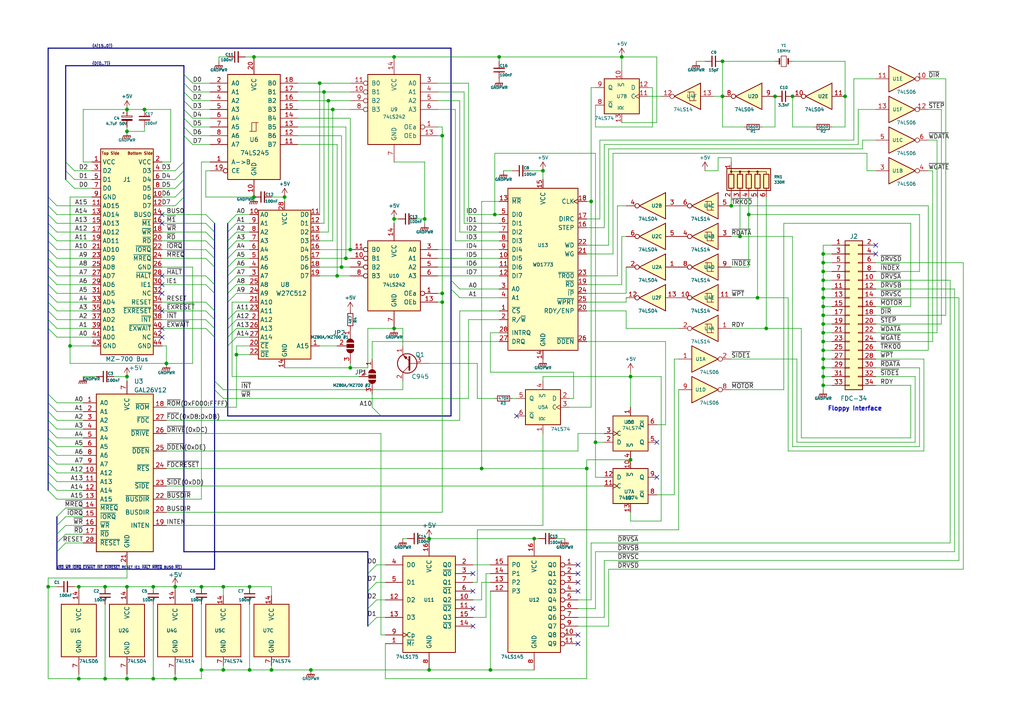
<source format=kicad_sch>
(kicad_sch (version 20230121) (generator eeschema)
  (paper "A4")
  (title_block (title "K&P SFD-700 Floppy Interface MKII") (date "2021-05-17") (rev "1.0") (comment 1 "and enhanced to operate with the MZ-80A.") (comment 2 "This is a recreation of the card using the SFD-700 & SFD-800 schematics as the base") (comment 4 "Kersten & Partners SFD-700 Floppy Disk Interface card for the Sharp MZ-80A/MZ-700."))
  (junction (at 58.42 194.31))
  (junction (at 36.83 196.85))
  (junction (at 172.72 128.27))
  (junction (at 114.3 63.5))
  (junction (at 58.42 170.18))
  (junction (at 22.86 170.18))
  (junction (at 101.6 106.68))
  (junction (at 170.18 135.89))
  (junction (at 171.45 58.42))
  (junction (at 238.76 93.98))
  (junction (at 209.55 17.78))
  (junction (at 128.27 39.37))
  (junction (at 68.58 102.87))
  (junction (at 139.7 135.89))
  (junction (at 22.86 196.85))
  (junction (at 182.88 109.22))
  (junction (at 128.27 87.63))
  (junction (at 30.48 170.18))
  (junction (at 222.25 95.25))
  (junction (at 36.83 170.18))
  (junction (at 95.25 29.21))
  (junction (at 128.27 85.09))
  (junction (at 64.77 170.18))
  (junction (at 219.71 86.36))
  (junction (at 72.39 194.31))
  (junction (at 114.3 16.51))
  (junction (at 73.66 16.51))
  (junction (at 238.76 88.9))
  (junction (at 229.87 27.94))
  (junction (at 90.17 194.31))
  (junction (at 92.71 24.13))
  (junction (at 144.78 16.51))
  (junction (at 123.19 63.5))
  (junction (at 96.52 31.75))
  (junction (at 238.76 111.76))
  (junction (at 114.3 95.25))
  (junction (at 209.55 27.94))
  (junction (at 238.76 109.22))
  (junction (at 182.88 133.35))
  (junction (at 72.39 170.18))
  (junction (at 124.46 156.21))
  (junction (at 13.97 170.18))
  (junction (at 238.76 86.36))
  (junction (at 50.8 170.18))
  (junction (at 238.76 96.52))
  (junction (at 238.76 91.44))
  (junction (at 214.63 68.58))
  (junction (at 245.11 27.94))
  (junction (at 238.76 78.74))
  (junction (at 180.34 16.51))
  (junction (at 78.74 194.31))
  (junction (at 238.76 76.2))
  (junction (at 238.76 99.06))
  (junction (at 36.83 31.75))
  (junction (at 154.94 156.21))
  (junction (at 50.8 196.85))
  (junction (at 73.66 57.15))
  (junction (at 100.33 74.93))
  (junction (at 36.83 38.1))
  (junction (at 93.98 26.67))
  (junction (at 82.55 57.15))
  (junction (at 101.6 72.39))
  (junction (at 212.09 59.69))
  (junction (at 124.46 194.31))
  (junction (at 157.48 49.53))
  (junction (at 143.51 62.23))
  (junction (at 238.76 104.14))
  (junction (at 99.06 77.47))
  (junction (at 64.77 194.31))
  (junction (at 44.45 170.18))
  (junction (at 238.76 101.6))
  (junction (at 20.32 100.33))
  (junction (at 97.79 80.01))
  (junction (at 224.79 27.94))
  (junction (at 30.48 196.85))
  (junction (at 41.91 31.75))
  (junction (at 238.76 83.82))
  (junction (at 36.83 109.22))
  (junction (at 142.24 194.31))
  (junction (at 238.76 81.28))
  (junction (at 217.17 62.23))
  (junction (at 238.76 106.68))
  (junction (at 44.45 196.85))
  (junction (at 238.76 73.66))
  (junction (at 48.26 105.41))
  (no_connect (at 167.64 166.37))
  (no_connect (at 254 73.66))
  (no_connect (at 46.99 64.77))
  (no_connect (at 190.5 138.43))
  (no_connect (at 167.64 171.45))
  (no_connect (at 167.64 168.91))
  (no_connect (at 46.99 62.23))
  (no_connect (at 46.99 82.55))
  (no_connect (at 46.99 97.79))
  (no_connect (at 46.99 85.09))
  (no_connect (at 137.16 171.45))
  (no_connect (at 167.64 186.69))
  (no_connect (at 46.99 80.01))
  (no_connect (at 137.16 176.53))
  (no_connect (at 254 71.12))
  (no_connect (at 137.16 166.37))
  (no_connect (at 46.99 90.17))
  (no_connect (at 137.16 181.61))
  (no_connect (at 149.86 120.65))
  (no_connect (at 46.99 95.25))
  (no_connect (at 190.5 128.27))
  (no_connect (at 167.64 184.15))
  (no_connect (at 167.64 163.83))
  (bus_entry (at 59.69 74.93) (size 2.54 2.54))
  (bus_entry (at 19.05 149.86) (size -2.54 2.54))
  (bus_entry (at 16.51 142.24) (size -2.54 -2.54))
  (bus_entry (at 59.69 92.71) (size 2.54 2.54))
  (bus_entry (at 19.05 154.94) (size -2.54 2.54))
  (bus_entry (at 16.51 124.46) (size -2.54 -2.54))
  (bus_entry (at 19.05 152.4) (size -2.54 2.54))
  (bus_entry (at 16.51 77.47) (size -2.54 -2.54))
  (bus_entry (at 59.69 64.77) (size 2.54 2.54))
  (bus_entry (at 66.04 69.85) (size 2.54 -2.54))
  (bus_entry (at 59.69 72.39) (size 2.54 2.54))
  (bus_entry (at 59.69 69.85) (size 2.54 2.54))
  (bus_entry (at 16.51 95.25) (size -2.54 -2.54))
  (bus_entry (at 59.69 67.31) (size 2.54 2.54))
  (bus_entry (at 66.04 74.93) (size 2.54 -2.54))
  (bus_entry (at 16.51 144.78) (size -2.54 -2.54))
  (bus_entry (at 106.68 166.37) (size 2.54 -2.54))
  (bus_entry (at 106.68 176.53) (size 2.54 -2.54))
  (bus_entry (at 16.51 127) (size -2.54 -2.54))
  (bus_entry (at 19.05 52.07) (size 2.54 2.54))
  (bus_entry (at 66.04 85.09) (size 2.54 -2.54))
  (bus_entry (at 66.04 82.55) (size 2.54 -2.54))
  (bus_entry (at 66.04 67.31) (size 2.54 -2.54))
  (bus_entry (at 53.34 26.67) (size 2.54 2.54))
  (bus_entry (at 66.04 92.71) (size 2.54 -2.54))
  (bus_entry (at 16.51 72.39) (size -2.54 -2.54))
  (bus_entry (at 130.81 81.28) (size 2.54 2.54))
  (bus_entry (at 16.51 149.86) (size 2.54 -2.54))
  (bus_entry (at 16.51 69.85) (size -2.54 -2.54))
  (bus_entry (at 66.04 72.39) (size 2.54 -2.54))
  (bus_entry (at 53.34 29.21) (size 2.54 2.54))
  (bus_entry (at 59.69 80.01) (size 2.54 2.54))
  (bus_entry (at 16.51 116.84) (size -2.54 -2.54))
  (bus_entry (at 59.69 87.63) (size 2.54 2.54))
  (bus_entry (at 59.69 62.23) (size 2.54 2.54))
  (bus_entry (at 106.68 171.45) (size 2.54 -2.54))
  (bus_entry (at 53.34 24.13) (size 2.54 2.54))
  (bus_entry (at 53.34 21.59) (size 2.54 2.54))
  (bus_entry (at 62.23 110.49) (size 2.54 2.54))
  (bus_entry (at 66.04 97.79) (size 2.54 -2.54))
  (bus_entry (at 66.04 87.63) (size 2.54 -2.54))
  (bus_entry (at 66.04 77.47) (size 2.54 -2.54))
  (bus_entry (at 59.69 82.55) (size 2.54 2.54))
  (bus_entry (at 16.51 67.31) (size -2.54 -2.54))
  (bus_entry (at 50.8 59.69) (size 2.54 -2.54))
  (bus_entry (at 16.51 121.92) (size -2.54 -2.54))
  (bus_entry (at 50.8 49.53) (size 2.54 -2.54))
  (bus_entry (at 16.51 97.79) (size -2.54 -2.54))
  (bus_entry (at 53.34 36.83) (size 2.54 2.54))
  (bus_entry (at 16.51 82.55) (size -2.54 -2.54))
  (bus_entry (at 53.34 34.29) (size 2.54 2.54))
  (bus_entry (at 66.04 64.77) (size 2.54 -2.54))
  (bus_entry (at 53.34 31.75) (size 2.54 2.54))
  (bus_entry (at 50.8 54.61) (size 2.54 -2.54))
  (bus_entry (at 59.69 95.25) (size 2.54 2.54))
  (bus_entry (at 16.51 129.54) (size -2.54 -2.54))
  (bus_entry (at 66.04 100.33) (size 2.54 -2.54))
  (bus_entry (at 16.51 160.02) (size 2.54 -2.54))
  (bus_entry (at 66.04 80.01) (size 2.54 -2.54))
  (bus_entry (at 107.95 118.11) (size 2.54 2.54))
  (bus_entry (at 16.51 119.38) (size -2.54 -2.54))
  (bus_entry (at 16.51 132.08) (size -2.54 -2.54))
  (bus_entry (at 59.69 90.17) (size 2.54 2.54))
  (bus_entry (at 16.51 62.23) (size -2.54 -2.54))
  (bus_entry (at 16.51 80.01) (size -2.54 -2.54))
  (bus_entry (at 62.23 113.03) (size 2.54 2.54))
  (bus_entry (at 16.51 87.63) (size -2.54 -2.54))
  (bus_entry (at 19.05 46.99) (size 2.54 2.54))
  (bus_entry (at 50.8 57.15) (size 2.54 -2.54))
  (bus_entry (at 16.51 134.62) (size -2.54 -2.54))
  (bus_entry (at 16.51 85.09) (size -2.54 -2.54))
  (bus_entry (at 16.51 64.77) (size -2.54 -2.54))
  (bus_entry (at 16.51 74.93) (size -2.54 -2.54))
  (bus_entry (at 16.51 92.71) (size -2.54 -2.54))
  (bus_entry (at 53.34 39.37) (size 2.54 2.54))
  (bus_entry (at 66.04 95.25) (size 2.54 -2.54))
  (bus_entry (at 50.8 52.07) (size 2.54 -2.54))
  (bus_entry (at 106.68 181.61) (size 2.54 -2.54))
  (bus_entry (at 16.51 90.17) (size -2.54 -2.54))
  (bus_entry (at 130.81 83.82) (size 2.54 2.54))
  (bus_entry (at 19.05 49.53) (size 2.54 2.54))
  (bus_entry (at 16.51 137.16) (size -2.54 -2.54))
  (bus_entry (at 16.51 139.7) (size -2.54 -2.54))
  (bus_entry (at 16.51 59.69) (size -2.54 -2.54))
  (bus (pts (xy 53.34 36.83) (xy 53.34 39.37)))
  (bus (pts (xy 53.34 54.61) (xy 53.34 57.15)))
  (wire (pts (xy 222.25 95.25) (xy 212.09 95.25)))
  (wire (pts (xy 123.19 63.5) (xy 123.19 64.77)))
  (wire (pts (xy 82.55 106.68) (xy 101.6 106.68)))
  (wire (pts (xy 116.84 95.25) (xy 114.3 95.25)))
  (wire (pts (xy 19.05 149.86) (xy 24.13 149.86)))
  (wire (pts (xy 238.76 99.06) (xy 238.76 101.6)))
  (wire (pts (xy 157.48 125.73) (xy 157.48 152.4)))
  (bus (pts (xy 13.97 119.38) (xy 13.97 121.92)))
  (wire (pts (xy 241.3 73.66) (xy 238.76 73.66)))
  (wire (pts (xy 172.72 138.43) (xy 175.26 138.43)))
  (wire (pts (xy 273.05 31.75) (xy 273.05 93.98)))
  (wire (pts (xy 251.46 44.45) (xy 251.46 49.53)))
  (wire (pts (xy 127 31.75) (xy 132.08 31.75)))
  (wire (pts (xy 86.36 24.13) (xy 92.71 24.13)))
  (wire (pts (xy 238.76 81.28) (xy 238.76 83.82)))
  (wire (pts (xy 123.19 156.21) (xy 124.46 156.21)))
  (wire (pts (xy 175.26 128.27) (xy 172.72 128.27)))
  (wire (pts (xy 228.6 130.81) (xy 267.97 130.81)))
  (wire (pts (xy 231.14 128.27) (xy 265.43 128.27)))
  (wire (pts (xy 134.62 64.77) (xy 144.78 64.77)))
  (wire (pts (xy 24.13 31.75) (xy 36.83 31.75)))
  (wire (pts (xy 135.89 115.57) (xy 135.89 92.71)))
  (bus (pts (xy 13.97 57.15) (xy 13.97 13.97)))
  (wire (pts (xy 92.71 67.31) (xy 95.25 67.31)))
  (wire (pts (xy 133.35 29.21) (xy 133.35 67.31)))
  (bus (pts (xy 106.68 171.45) (xy 106.68 176.53)))
  (wire (pts (xy 266.7 129.54) (xy 266.7 106.68)))
  (wire (pts (xy 101.6 106.68) (xy 106.68 106.68)))
  (wire (pts (xy 181.61 87.63) (xy 181.61 86.36)))
  (wire (pts (xy 135.89 24.13) (xy 127 24.13)))
  (wire (pts (xy 269.24 31.75) (xy 273.05 31.75)))
  (wire (pts (xy 238.76 104.14) (xy 238.76 106.68)))
  (wire (pts (xy 217.17 77.47) (xy 217.17 62.23)))
  (bus (pts (xy 16.51 154.94) (xy 16.51 157.48)))
  (wire (pts (xy 24.13 134.62) (xy 16.51 134.62)))
  (wire (pts (xy 170.18 66.04) (xy 175.26 66.04)))
  (wire (pts (xy 177.8 44.45) (xy 177.8 73.66)))
  (wire (pts (xy 124.46 156.21) (xy 154.94 156.21)))
  (wire (pts (xy 68.58 92.71) (xy 72.39 92.71)))
  (wire (pts (xy 176.53 43.18) (xy 176.53 71.12)))
  (bus (pts (xy 106.68 160.02) (xy 106.68 166.37)))
  (wire (pts (xy 238.76 83.82) (xy 238.76 86.36)))
  (bus (pts (xy 13.97 62.23) (xy 13.97 64.77)))
  (bus (pts (xy 13.97 90.17) (xy 13.97 92.71)))
  (wire (pts (xy 128.27 36.83) (xy 128.27 39.37)))
  (wire (pts (xy 86.36 41.91) (xy 97.79 41.91)))
  (wire (pts (xy 26.67 87.63) (xy 16.51 87.63)))
  (wire (pts (xy 238.76 109.22) (xy 238.76 111.76)))
  (bus (pts (xy 62.23 77.47) (xy 62.23 82.55)))
  (bus (pts (xy 62.23 82.55) (xy 62.23 85.09)))
  (wire (pts (xy 21.59 170.18) (xy 22.86 170.18)))
  (wire (pts (xy 64.77 170.18) (xy 72.39 170.18)))
  (wire (pts (xy 241.3 83.82) (xy 238.76 83.82)))
  (bus (pts (xy 53.34 29.21) (xy 53.34 31.75)))
  (wire (pts (xy 46.99 69.85) (xy 59.69 69.85)))
  (wire (pts (xy 68.58 82.55) (xy 72.39 82.55)))
  (wire (pts (xy 24.13 127) (xy 16.51 127)))
  (wire (pts (xy 64.77 115.57) (xy 135.89 115.57)))
  (wire (pts (xy 179.07 80.01) (xy 179.07 59.69)))
  (bus (pts (xy 66.04 64.77) (xy 66.04 67.31)))
  (wire (pts (xy 279.4 76.2) (xy 279.4 165.1)))
  (bus (pts (xy 62.23 165.1) (xy 16.51 165.1)))
  (wire (pts (xy 50.8 170.18) (xy 58.42 170.18)))
  (wire (pts (xy 36.83 109.22) (xy 36.83 110.49)))
  (wire (pts (xy 189.23 25.4) (xy 189.23 36.83)))
  (wire (pts (xy 22.86 170.18) (xy 30.48 170.18)))
  (wire (pts (xy 180.34 16.51) (xy 190.5 16.51)))
  (wire (pts (xy 275.59 157.48) (xy 171.45 157.48)))
  (wire (pts (xy 182.88 107.95) (xy 182.88 109.22)))
  (bus (pts (xy 13.97 59.69) (xy 13.97 62.23)))
  (wire (pts (xy 170.18 80.01) (xy 179.07 80.01)))
  (wire (pts (xy 270.51 99.06) (xy 254 99.06)))
  (wire (pts (xy 181.61 90.17) (xy 181.61 95.25)))
  (bus (pts (xy 53.34 57.15) (xy 53.34 160.02)))
  (wire (pts (xy 220.98 36.83) (xy 224.79 36.83)))
  (wire (pts (xy 135.89 92.71) (xy 144.78 92.71)))
  (bus (pts (xy 66.04 92.71) (xy 66.04 95.25)))
  (wire (pts (xy 271.78 40.64) (xy 271.78 96.52)))
  (wire (pts (xy 26.67 49.53) (xy 21.59 49.53)))
  (wire (pts (xy 170.18 99.06) (xy 193.04 99.06)))
  (wire (pts (xy 30.48 175.26) (xy 30.48 196.85)))
  (wire (pts (xy 167.64 125.73) (xy 167.64 130.81)))
  (wire (pts (xy 227.33 113.03) (xy 227.33 64.77)))
  (wire (pts (xy 46.99 77.47) (xy 55.88 77.47)))
  (wire (pts (xy 181.61 85.09) (xy 181.61 77.47)))
  (wire (pts (xy 274.32 91.44) (xy 254 91.44)))
  (wire (pts (xy 182.88 133.35) (xy 170.18 133.35)))
  (wire (pts (xy 135.89 24.13) (xy 135.89 62.23)))
  (wire (pts (xy 238.76 111.76) (xy 241.3 111.76)))
  (wire (pts (xy 26.67 64.77) (xy 16.51 64.77)))
  (bus (pts (xy 53.34 49.53) (xy 53.34 52.07)))
  (wire (pts (xy 93.98 26.67) (xy 93.98 64.77)))
  (wire (pts (xy 241.3 78.74) (xy 238.76 78.74)))
  (wire (pts (xy 247.65 22.86) (xy 254 22.86)))
  (wire (pts (xy 46.99 49.53) (xy 50.8 49.53)))
  (bus (pts (xy 13.97 85.09) (xy 13.97 87.63)))
  (wire (pts (xy 127 29.21) (xy 133.35 29.21)))
  (wire (pts (xy 144.78 58.42) (xy 139.7 58.42)))
  (wire (pts (xy 19.05 147.32) (xy 24.13 147.32)))
  (wire (pts (xy 109.22 163.83) (xy 111.76 163.83)))
  (wire (pts (xy 26.67 52.07) (xy 21.59 52.07)))
  (wire (pts (xy 238.76 91.44) (xy 238.76 93.98)))
  (wire (pts (xy 208.28 45.72) (xy 212.09 45.72)))
  (wire (pts (xy 26.67 92.71) (xy 16.51 92.71)))
  (wire (pts (xy 16.51 170.18) (xy 13.97 170.18)))
  (wire (pts (xy 181.61 95.25) (xy 196.85 95.25)))
  (wire (pts (xy 229.87 129.54) (xy 266.7 129.54)))
  (wire (pts (xy 170.18 85.09) (xy 181.61 85.09)))
  (wire (pts (xy 279.4 165.1) (xy 176.53 165.1)))
  (wire (pts (xy 170.18 90.17) (xy 181.61 90.17)))
  (wire (pts (xy 139.7 58.42) (xy 139.7 135.89)))
  (bus (pts (xy 66.04 74.93) (xy 66.04 77.47)))
  (wire (pts (xy 170.18 87.63) (xy 181.61 87.63)))
  (wire (pts (xy 48.26 144.78) (xy 58.42 144.78)))
  (wire (pts (xy 97.79 80.01) (xy 101.6 80.01)))
  (wire (pts (xy 55.88 24.13) (xy 60.96 24.13)))
  (wire (pts (xy 187.96 25.4) (xy 189.23 25.4)))
  (wire (pts (xy 269.24 40.64) (xy 271.78 40.64)))
  (wire (pts (xy 68.58 72.39) (xy 72.39 72.39)))
  (wire (pts (xy 107.95 114.3) (xy 107.95 118.11)))
  (bus (pts (xy 13.97 92.71) (xy 13.97 95.25)))
  (wire (pts (xy 48.26 125.73) (xy 110.49 125.73)))
  (wire (pts (xy 196.85 113.03) (xy 196.85 153.67)))
  (wire (pts (xy 149.86 115.57) (xy 148.59 115.57)))
  (wire (pts (xy 182.88 109.22) (xy 182.88 118.11)))
  (bus (pts (xy 66.04 72.39) (xy 66.04 74.93)))
  (wire (pts (xy 24.13 124.46) (xy 16.51 124.46)))
  (wire (pts (xy 95.25 29.21) (xy 95.25 67.31)))
  (bus (pts (xy 130.81 81.28) (xy 130.81 83.82)))
  (wire (pts (xy 170.18 73.66) (xy 177.8 73.66)))
  (wire (pts (xy 241.3 93.98) (xy 238.76 93.98)))
  (wire (pts (xy 109.22 168.91) (xy 111.76 168.91)))
  (wire (pts (xy 269.24 101.6) (xy 254 101.6)))
  (wire (pts (xy 139.7 173.99) (xy 139.7 168.91)))
  (wire (pts (xy 48.26 121.92) (xy 133.35 121.92)))
  (wire (pts (xy 278.13 86.36) (xy 254 86.36)))
  (bus (pts (xy 13.97 139.7) (xy 13.97 142.24)))
  (wire (pts (xy 48.26 140.97) (xy 175.26 140.97)))
  (wire (pts (xy 46.99 92.71) (xy 59.69 92.71)))
  (wire (pts (xy 13.97 167.64) (xy 13.97 170.18)))
  (wire (pts (xy 144.78 16.51) (xy 180.34 16.51)))
  (wire (pts (xy 170.18 133.35) (xy 170.18 135.89)))
  (wire (pts (xy 238.76 111.76) (xy 238.76 113.03)))
  (wire (pts (xy 228.6 86.36) (xy 228.6 130.81)))
  (wire (pts (xy 231.14 104.14) (xy 231.14 128.27)))
  (wire (pts (xy 97.79 41.91) (xy 97.79 80.01)))
  (wire (pts (xy 72.39 170.18) (xy 78.74 170.18)))
  (wire (pts (xy 241.3 109.22) (xy 238.76 109.22)))
  (wire (pts (xy 114.3 63.5) (xy 114.3 64.77)))
  (wire (pts (xy 111.76 173.99) (xy 109.22 173.99)))
  (wire (pts (xy 46.99 62.23) (xy 59.69 62.23)))
  (wire (pts (xy 191.77 109.22) (xy 182.88 109.22)))
  (wire (pts (xy 68.58 64.77) (xy 72.39 64.77)))
  (wire (pts (xy 143.51 44.45) (xy 172.72 44.45)))
  (wire (pts (xy 241.3 36.83) (xy 245.11 36.83)))
  (bus (pts (xy 62.23 74.93) (xy 62.23 77.47)))
  (wire (pts (xy 167.64 179.07) (xy 175.26 179.07)))
  (wire (pts (xy 128.27 39.37) (xy 127 39.37)))
  (wire (pts (xy 266.7 62.23) (xy 266.7 78.74)))
  (bus (pts (xy 66.04 97.79) (xy 66.04 100.33)))
  (bus (pts (xy 16.51 149.86) (xy 16.51 152.4)))
  (wire (pts (xy 245.11 17.78) (xy 245.11 27.94)))
  (wire (pts (xy 177.8 44.45) (xy 251.46 44.45)))
  (bus (pts (xy 106.68 176.53) (xy 106.68 181.61)))
  (wire (pts (xy 46.99 95.25) (xy 59.69 95.25)))
  (wire (pts (xy 229.87 17.78) (xy 245.11 17.78)))
  (wire (pts (xy 86.36 31.75) (xy 96.52 31.75)))
  (wire (pts (xy 212.09 77.47) (xy 217.17 77.47)))
  (wire (pts (xy 212.09 59.69) (xy 269.24 59.69)))
  (wire (pts (xy 26.67 77.47) (xy 16.51 77.47)))
  (wire (pts (xy 190.5 16.51) (xy 190.5 35.56)))
  (wire (pts (xy 229.87 27.94) (xy 229.87 36.83)))
  (bus (pts (xy 13.97 134.62) (xy 13.97 137.16)))
  (wire (pts (xy 48.26 152.4) (xy 157.48 152.4)))
  (wire (pts (xy 195.58 104.14) (xy 195.58 143.51)))
  (wire (pts (xy 123.19 63.5) (xy 123.19 46.99)))
  (wire (pts (xy 82.55 57.15) (xy 82.55 58.42)))
  (wire (pts (xy 46.99 64.77) (xy 59.69 64.77)))
  (wire (pts (xy 44.45 196.85) (xy 50.8 196.85)))
  (wire (pts (xy 36.83 170.18) (xy 44.45 170.18)))
  (wire (pts (xy 63.5 17.78) (xy 63.5 16.51)))
  (wire (pts (xy 267.97 130.81) (xy 267.97 104.14)))
  (wire (pts (xy 128.27 87.63) (xy 128.27 148.59)))
  (wire (pts (xy 46.99 74.93) (xy 59.69 74.93)))
  (bus (pts (xy 13.97 13.97) (xy 130.81 13.97)))
  (wire (pts (xy 266.7 78.74) (xy 254 78.74)))
  (wire (pts (xy 20.32 100.33) (xy 20.32 105.41)))
  (wire (pts (xy 118.11 156.21) (xy 116.84 156.21)))
  (wire (pts (xy 278.13 162.56) (xy 175.26 162.56)))
  (bus (pts (xy 19.05 19.05) (xy 19.05 46.99)))
  (wire (pts (xy 170.18 135.89) (xy 170.18 196.85)))
  (wire (pts (xy 101.6 34.29) (xy 101.6 72.39)))
  (wire (pts (xy 250.19 40.64) (xy 250.19 43.18)))
  (wire (pts (xy 241.3 76.2) (xy 238.76 76.2)))
  (bus (pts (xy 53.34 24.13) (xy 53.34 26.67)))
  (wire (pts (xy 73.66 57.15) (xy 59.69 57.15)))
  (wire (pts (xy 46.99 54.61) (xy 50.8 54.61)))
  (wire (pts (xy 241.3 106.68) (xy 238.76 106.68)))
  (wire (pts (xy 179.07 59.69) (xy 181.61 59.69)))
  (wire (pts (xy 16.51 139.7) (xy 24.13 139.7)))
  (wire (pts (xy 120.65 63.5) (xy 123.19 63.5)))
  (wire (pts (xy 275.59 81.28) (xy 254 81.28)))
  (wire (pts (xy 266.7 106.68) (xy 254 106.68)))
  (wire (pts (xy 128.27 85.09) (xy 128.27 87.63)))
  (wire (pts (xy 165.1 118.11) (xy 171.45 118.11)))
  (wire (pts (xy 55.88 29.21) (xy 60.96 29.21)))
  (wire (pts (xy 238.76 106.68) (xy 238.76 109.22)))
  (wire (pts (xy 86.36 26.67) (xy 93.98 26.67)))
  (wire (pts (xy 36.83 196.85) (xy 44.45 196.85)))
  (wire (pts (xy 41.91 36.83) (xy 41.91 38.1)))
  (wire (pts (xy 24.13 119.38) (xy 16.51 119.38)))
  (wire (pts (xy 59.69 57.15) (xy 59.69 49.53)))
  (wire (pts (xy 30.48 196.85) (xy 36.83 196.85)))
  (wire (pts (xy 209.55 17.78) (xy 224.79 17.78)))
  (wire (pts (xy 271.78 96.52) (xy 254 96.52)))
  (wire (pts (xy 182.88 148.59) (xy 182.88 151.13)))
  (wire (pts (xy 107.95 104.14) (xy 107.95 99.06)))
  (wire (pts (xy 265.43 109.22) (xy 254 109.22)))
  (wire (pts (xy 55.88 34.29) (xy 60.96 34.29)))
  (wire (pts (xy 111.76 196.85) (xy 111.76 186.69)))
  (wire (pts (xy 24.13 116.84) (xy 16.51 116.84)))
  (wire (pts (xy 92.71 62.23) (xy 92.71 24.13)))
  (wire (pts (xy 276.86 83.82) (xy 276.86 160.02)))
  (bus (pts (xy 19.05 46.99) (xy 19.05 49.53)))
  (wire (pts (xy 22.86 195.58) (xy 22.86 196.85)))
  (wire (pts (xy 19.05 157.48) (xy 24.13 157.48)))
  (wire (pts (xy 58.42 175.26) (xy 58.42 194.31)))
  (wire (pts (xy 245.11 36.83) (xy 245.11 27.94)))
  (bus (pts (xy 130.81 13.97) (xy 130.81 81.28)))
  (wire (pts (xy 275.59 81.28) (xy 275.59 157.48)))
  (wire (pts (xy 46.99 82.55) (xy 59.69 82.55)))
  (bus (pts (xy 53.34 46.99) (xy 53.34 49.53)))
  (wire (pts (xy 190.5 35.56) (xy 180.34 35.56)))
  (bus (pts (xy 62.23 85.09) (xy 62.23 90.17)))
  (wire (pts (xy 55.88 26.67) (xy 60.96 26.67)))
  (wire (pts (xy 241.3 81.28) (xy 238.76 81.28)))
  (wire (pts (xy 20.32 100.33) (xy 26.67 100.33)))
  (wire (pts (xy 170.18 63.5) (xy 173.99 63.5)))
  (wire (pts (xy 212.09 68.58) (xy 214.63 68.58)))
  (wire (pts (xy 175.26 41.91) (xy 248.92 41.91)))
  (wire (pts (xy 50.8 196.85) (xy 58.42 196.85)))
  (wire (pts (xy 36.83 167.64) (xy 13.97 167.64)))
  (wire (pts (xy 46.99 87.63) (xy 59.69 87.63)))
  (wire (pts (xy 132.08 31.75) (xy 132.08 69.85)))
  (wire (pts (xy 219.71 86.36) (xy 228.6 86.36)))
  (wire (pts (xy 276.86 83.82) (xy 254 83.82)))
  (wire (pts (xy 167.64 125.73) (xy 175.26 125.73)))
  (wire (pts (xy 100.33 74.93) (xy 101.6 74.93)))
  (wire (pts (xy 92.71 72.39) (xy 101.6 72.39)))
  (wire (pts (xy 55.88 41.91) (xy 60.96 41.91)))
  (wire (pts (xy 26.67 97.79) (xy 16.51 97.79)))
  (bus (pts (xy 13.97 82.55) (xy 13.97 85.09)))
  (bus (pts (xy 66.04 85.09) (xy 66.04 87.63)))
  (wire (pts (xy 96.52 31.75) (xy 101.6 31.75)))
  (wire (pts (xy 241.3 101.6) (xy 238.76 101.6)))
  (wire (pts (xy 222.25 57.15) (xy 222.25 95.25)))
  (wire (pts (xy 96.52 69.85) (xy 96.52 31.75)))
  (wire (pts (xy 68.58 67.31) (xy 72.39 67.31)))
  (wire (pts (xy 173.99 40.64) (xy 173.99 63.5)))
  (wire (pts (xy 190.5 123.19) (xy 193.04 123.19)))
  (wire (pts (xy 170.18 71.12) (xy 176.53 71.12)))
  (wire (pts (xy 212.09 86.36) (xy 219.71 86.36)))
  (wire (pts (xy 195.58 104.14) (xy 196.85 104.14)))
  (bus (pts (xy 13.97 72.39) (xy 13.97 74.93)))
  (wire (pts (xy 128.27 87.63) (xy 127 87.63)))
  (bus (pts (xy 13.97 127) (xy 13.97 129.54)))
  (bus (pts (xy 53.34 21.59) (xy 53.34 19.05)))
  (wire (pts (xy 166.37 107.95) (xy 166.37 115.57)))
  (bus (pts (xy 16.51 152.4) (xy 16.51 154.94)))
  (bus (pts (xy 110.49 120.65) (xy 130.81 120.65)))
  (wire (pts (xy 170.18 82.55) (xy 180.34 82.55)))
  (wire (pts (xy 238.76 73.66) (xy 238.76 76.2)))
  (wire (pts (xy 212.09 113.03) (xy 227.33 113.03)))
  (bus (pts (xy 53.34 31.75) (xy 53.34 34.29)))
  (bus (pts (xy 13.97 57.15) (xy 13.97 59.69)))
  (wire (pts (xy 60.96 46.99) (xy 58.42 46.99)))
  (wire (pts (xy 109.22 179.07) (xy 111.76 179.07)))
  (wire (pts (xy 104.14 109.22) (xy 67.31 109.22)))
  (wire (pts (xy 64.77 172.72) (xy 64.77 170.18)))
  (wire (pts (xy 208.28 49.53) (xy 208.28 45.72)))
  (bus (pts (xy 13.97 67.31) (xy 13.97 69.85)))
  (bus (pts (xy 66.04 87.63) (xy 66.04 92.71)))
  (wire (pts (xy 99.06 39.37) (xy 99.06 77.47)))
  (wire (pts (xy 92.71 74.93) (xy 100.33 74.93)))
  (wire (pts (xy 207.01 27.94) (xy 209.55 27.94)))
  (wire (pts (xy 238.76 96.52) (xy 238.76 99.06)))
  (bus (pts (xy 66.04 120.65) (xy 66.04 100.33)))
  (wire (pts (xy 140.97 166.37) (xy 142.24 166.37)))
  (wire (pts (xy 241.3 104.14) (xy 238.76 104.14)))
  (wire (pts (xy 68.58 102.87) (xy 72.39 102.87)))
  (wire (pts (xy 99.06 77.47) (xy 101.6 77.47)))
  (bus (pts (xy 53.34 26.67) (xy 53.34 29.21)))
  (wire (pts (xy 133.35 83.82) (xy 144.78 83.82)))
  (wire (pts (xy 22.86 196.85) (xy 30.48 196.85)))
  (wire (pts (xy 68.58 95.25) (xy 72.39 95.25)))
  (wire (pts (xy 127 74.93) (xy 144.78 74.93)))
  (wire (pts (xy 238.76 71.12) (xy 238.76 73.66)))
  (bus (pts (xy 13.97 74.93) (xy 13.97 77.47)))
  (wire (pts (xy 101.6 106.68) (xy 101.6 105.41)))
  (wire (pts (xy 264.16 127) (xy 232.41 127)))
  (wire (pts (xy 64.77 194.31) (xy 72.39 194.31)))
  (wire (pts (xy 26.67 67.31) (xy 16.51 67.31)))
  (wire (pts (xy 107.95 99.06) (xy 144.78 99.06)))
  (wire (pts (xy 143.51 44.45) (xy 143.51 62.23)))
  (wire (pts (xy 71.12 16.51) (xy 73.66 16.51)))
  (wire (pts (xy 247.65 40.64) (xy 173.99 40.64)))
  (wire (pts (xy 248.92 31.75) (xy 254 31.75)))
  (wire (pts (xy 58.42 194.31) (xy 64.77 194.31)))
  (wire (pts (xy 24.13 137.16) (xy 16.51 137.16)))
  (wire (pts (xy 95.25 29.21) (xy 101.6 29.21)))
  (wire (pts (xy 92.71 80.01) (xy 97.79 80.01)))
  (wire (pts (xy 48.26 135.89) (xy 139.7 135.89)))
  (wire (pts (xy 134.62 26.67) (xy 134.62 64.77)))
  (wire (pts (xy 135.89 62.23) (xy 143.51 62.23)))
  (wire (pts (xy 176.53 43.18) (xy 250.19 43.18)))
  (wire (pts (xy 238.76 86.36) (xy 238.76 88.9)))
  (bus (pts (xy 62.23 69.85) (xy 62.23 72.39)))
  (wire (pts (xy 67.31 87.63) (xy 67.31 109.22)))
  (bus (pts (xy 62.23 97.79) (xy 62.23 110.49)))
  (wire (pts (xy 264.16 111.76) (xy 264.16 127)))
  (wire (pts (xy 30.48 170.18) (xy 36.83 170.18)))
  (wire (pts (xy 110.49 125.73) (xy 110.49 184.15)))
  (wire (pts (xy 72.39 194.31) (xy 78.74 194.31)))
  (wire (pts (xy 146.05 49.53) (xy 148.59 49.53)))
  (wire (pts (xy 217.17 57.15) (xy 217.17 62.23)))
  (wire (pts (xy 26.67 46.99) (xy 24.13 46.99)))
  (wire (pts (xy 276.86 160.02) (xy 172.72 160.02)))
  (wire (pts (xy 48.26 148.59) (xy 128.27 148.59)))
  (wire (pts (xy 46.99 57.15) (xy 50.8 57.15)))
  (bus (pts (xy 62.23 72.39) (xy 62.23 74.93)))
  (wire (pts (xy 86.36 39.37) (xy 99.06 39.37)))
  (wire (pts (xy 172.72 176.53) (xy 167.64 176.53)))
  (wire (pts (xy 127 72.39) (xy 144.78 72.39)))
  (wire (pts (xy 270.51 49.53) (xy 270.51 99.06)))
  (wire (pts (xy 133.35 90.17) (xy 144.78 90.17)))
  (wire (pts (xy 157.48 109.22) (xy 182.88 109.22)))
  (wire (pts (xy 137.16 173.99) (xy 139.7 173.99)))
  (wire (pts (xy 137.16 179.07) (xy 140.97 179.07)))
  (wire (pts (xy 138.43 115.57) (xy 138.43 105.41)))
  (wire (pts (xy 50.8 195.58) (xy 50.8 196.85)))
  (wire (pts (xy 238.76 76.2) (xy 238.76 78.74)))
  (bus (pts (xy 62.23 95.25) (xy 62.23 97.79)))
  (wire (pts (xy 154.94 156.21) (xy 156.21 156.21)))
  (wire (pts (xy 176.53 165.1) (xy 176.53 181.61)))
  (wire (pts (xy 127 26.67) (xy 134.62 26.67)))
  (wire (pts (xy 73.66 16.51) (xy 114.3 16.51)))
  (wire (pts (xy 55.88 39.37) (xy 60.96 39.37)))
  (wire (pts (xy 68.58 77.47) (xy 72.39 77.47)))
  (bus (pts (xy 53.34 21.59) (xy 53.34 24.13)))
  (wire (pts (xy 138.43 115.57) (xy 143.51 115.57)))
  (bus (pts (xy 62.23 92.71) (xy 62.23 95.25)))
  (wire (pts (xy 191.77 151.13) (xy 191.77 109.22)))
  (wire (pts (xy 24.13 109.22) (xy 27.94 109.22)))
  (wire (pts (xy 22.86 196.85) (xy 13.97 196.85)))
  (wire (pts (xy 278.13 86.36) (xy 278.13 162.56)))
  (bus (pts (xy 53.34 160.02) (xy 106.68 160.02)))
  (wire (pts (xy 212.09 57.15) (xy 212.09 59.69)))
  (wire (pts (xy 219.71 57.15) (xy 219.71 86.36)))
  (wire (pts (xy 49.53 31.75) (xy 49.53 46.99)))
  (wire (pts (xy 58.42 194.31) (xy 58.42 196.85)))
  (wire (pts (xy 78.74 57.15) (xy 82.55 57.15)))
  (bus (pts (xy 13.97 121.92) (xy 13.97 124.46)))
  (wire (pts (xy 232.41 127) (xy 232.41 95.25)))
  (wire (pts (xy 209.55 36.83) (xy 215.9 36.83)))
  (bus (pts (xy 53.34 34.29) (xy 53.34 36.83)))
  (wire (pts (xy 26.67 62.23) (xy 16.51 62.23)))
  (bus (pts (xy 66.04 69.85) (xy 66.04 72.39)))
  (wire (pts (xy 144.78 16.51) (xy 144.78 17.78)))
  (wire (pts (xy 214.63 57.15) (xy 214.63 68.58)))
  (wire (pts (xy 78.74 170.18) (xy 78.74 172.72)))
  (wire (pts (xy 254 104.14) (xy 267.97 104.14)))
  (wire (pts (xy 26.67 57.15) (xy 20.32 57.15)))
  (wire (pts (xy 67.31 87.63) (xy 72.39 87.63)))
  (wire (pts (xy 274.32 22.86) (xy 274.32 91.44)))
  (wire (pts (xy 172.72 160.02) (xy 172.72 176.53)))
  (wire (pts (xy 46.99 90.17) (xy 59.69 90.17)))
  (wire (pts (xy 142.24 107.95) (xy 142.24 96.52)))
  (wire (pts (xy 201.93 17.78) (xy 204.47 17.78)))
  (bus (pts (xy 13.97 129.54) (xy 13.97 132.08)))
  (wire (pts (xy 209.55 17.78) (xy 209.55 27.94)))
  (wire (pts (xy 187.96 27.94) (xy 191.77 27.94)))
  (wire (pts (xy 44.45 170.18) (xy 50.8 170.18)))
  (bus (pts (xy 13.97 95.25) (xy 13.97 114.3)))
  (wire (pts (xy 241.3 86.36) (xy 238.76 86.36)))
  (wire (pts (xy 133.35 90.17) (xy 133.35 121.92)))
  (wire (pts (xy 48.26 130.81) (xy 167.64 130.81)))
  (wire (pts (xy 172.72 36.83) (xy 172.72 30.48)))
  (wire (pts (xy 264.16 64.77) (xy 264.16 88.9)))
  (wire (pts (xy 143.51 62.23) (xy 144.78 62.23)))
  (wire (pts (xy 63.5 16.51) (xy 66.04 16.51)))
  (wire (pts (xy 24.13 132.08) (xy 16.51 132.08)))
  (wire (pts (xy 68.58 97.79) (xy 72.39 97.79)))
  (wire (pts (xy 142.24 96.52) (xy 144.78 96.52)))
  (wire (pts (xy 232.41 95.25) (xy 222.25 95.25)))
  (wire (pts (xy 41.91 31.75) (xy 49.53 31.75)))
  (wire (pts (xy 106.68 95.25) (xy 114.3 95.25)))
  (wire (pts (xy 209.55 27.94) (xy 209.55 36.83)))
  (wire (pts (xy 128.27 36.83) (xy 127 36.83)))
  (bus (pts (xy 13.97 69.85) (xy 13.97 72.39)))
  (bus (pts (xy 19.05 49.53) (xy 19.05 52.07)))
  (wire (pts (xy 26.67 74.93) (xy 16.51 74.93)))
  (wire (pts (xy 189.23 36.83) (xy 172.72 36.83)))
  (wire (pts (xy 138.43 105.41) (xy 124.46 105.41)))
  (wire (pts (xy 55.88 77.47) (xy 55.88 105.41)))
  (wire (pts (xy 127 77.47) (xy 144.78 77.47)))
  (wire (pts (xy 238.76 93.98) (xy 238.76 96.52)))
  (wire (pts (xy 55.88 31.75) (xy 60.96 31.75)))
  (bus (pts (xy 66.04 120.65) (xy 110.49 120.65)))
  (wire (pts (xy 171.45 157.48) (xy 171.45 173.99)))
  (wire (pts (xy 182.88 151.13) (xy 191.77 151.13)))
  (wire (pts (xy 20.32 57.15) (xy 20.32 100.33)))
  (wire (pts (xy 92.71 69.85) (xy 96.52 69.85)))
  (wire (pts (xy 78.74 194.31) (xy 90.17 194.31)))
  (wire (pts (xy 241.3 99.06) (xy 238.76 99.06)))
  (wire (pts (xy 172.72 44.45) (xy 172.72 128.27)))
  (wire (pts (xy 24.13 31.75) (xy 24.13 46.99)))
  (wire (pts (xy 68.58 100.33) (xy 72.39 100.33)))
  (wire (pts (xy 33.02 109.22) (xy 36.83 109.22)))
  (wire (pts (xy 24.13 121.92) (xy 16.51 121.92)))
  (wire (pts (xy 92.71 24.13) (xy 101.6 24.13)))
  (bus (pts (xy 13.97 80.01) (xy 13.97 82.55)))
  (wire (pts (xy 26.67 90.17) (xy 16.51 90.17)))
  (wire (pts (xy 92.71 77.47) (xy 99.06 77.47)))
  (wire (pts (xy 193.04 99.06) (xy 193.04 123.19)))
  (wire (pts (xy 204.47 49.53) (xy 208.28 49.53)))
  (wire (pts (xy 26.67 59.69) (xy 16.51 59.69)))
  (wire (pts (xy 238.76 88.9) (xy 238.76 91.44)))
  (wire (pts (xy 172.72 128.27) (xy 172.72 138.43)))
  (bus (pts (xy 62.23 64.77) (xy 62.23 67.31)))
  (wire (pts (xy 36.83 36.83) (xy 36.83 38.1)))
  (wire (pts (xy 16.51 142.24) (xy 24.13 142.24)))
  (wire (pts (xy 24.13 129.54) (xy 16.51 129.54)))
  (wire (pts (xy 180.34 82.55) (xy 180.34 68.58)))
  (wire (pts (xy 68.58 62.23) (xy 72.39 62.23)))
  (wire (pts (xy 64.77 193.04) (xy 64.77 194.31)))
  (wire (pts (xy 78.74 194.31) (xy 78.74 193.04)))
  (wire (pts (xy 46.99 59.69) (xy 50.8 59.69)))
  (wire (pts (xy 180.34 68.58) (xy 181.61 68.58)))
  (wire (pts (xy 93.98 26.67) (xy 101.6 26.67)))
  (wire (pts (xy 157.48 49.53) (xy 157.48 52.07)))
  (wire (pts (xy 26.67 72.39) (xy 16.51 72.39)))
  (wire (pts (xy 190.5 143.51) (xy 195.58 143.51)))
  (wire (pts (xy 241.3 88.9) (xy 238.76 88.9)))
  (wire (pts (xy 26.67 69.85) (xy 16.51 69.85)))
  (wire (pts (xy 58.42 46.99) (xy 58.42 144.78)))
  (wire (pts (xy 241.3 71.12) (xy 238.76 71.12)))
  (wire (pts (xy 36.83 31.75) (xy 41.91 31.75)))
  (wire (pts (xy 114.3 63.5) (xy 115.57 63.5)))
  (wire (pts (xy 157.48 110.49) (xy 157.48 109.22)))
  (wire (pts (xy 86.36 34.29) (xy 101.6 34.29)))
  (wire (pts (xy 269.24 59.69) (xy 269.24 101.6)))
  (bus (pts (xy 13.97 124.46) (xy 13.97 127)))
  (wire (pts (xy 142.24 194.31) (xy 154.94 194.31)))
  (wire (pts (xy 100.33 36.83) (xy 100.33 74.93)))
  (wire (pts (xy 137.16 163.83) (xy 142.24 163.83)))
  (wire (pts (xy 19.05 154.94) (xy 24.13 154.94)))
  (wire (pts (xy 26.67 95.25) (xy 16.51 95.25)))
  (wire (pts (xy 55.88 36.83) (xy 60.96 36.83)))
  (wire (pts (xy 180.34 16.51) (xy 180.34 20.32)))
  (bus (pts (xy 16.51 165.1) (xy 16.51 160.02)))
  (wire (pts (xy 171.45 25.4) (xy 171.45 58.42)))
  (bus (pts (xy 66.04 67.31) (xy 66.04 69.85)))
  (wire (pts (xy 139.7 135.89) (xy 170.18 135.89)))
  (wire (pts (xy 55.88 105.41) (xy 48.26 105.41)))
  (wire (pts (xy 92.71 64.77) (xy 93.98 64.77)))
  (wire (pts (xy 248.92 31.75) (xy 248.92 41.91)))
  (bus (pts (xy 13.97 132.08) (xy 13.97 134.62)))
  (wire (pts (xy 114.3 16.51) (xy 144.78 16.51)))
  (wire (pts (xy 212.09 45.72) (xy 212.09 46.99)))
  (bus (pts (xy 106.68 166.37) (xy 106.68 171.45)))
  (wire (pts (xy 166.37 115.57) (xy 165.1 115.57)))
  (wire (pts (xy 227.33 64.77) (xy 264.16 64.77)))
  (bus (pts (xy 13.97 116.84) (xy 13.97 119.38)))
  (wire (pts (xy 110.49 184.15) (xy 111.76 184.15)))
  (wire (pts (xy 111.76 196.85) (xy 170.18 196.85)))
  (wire (pts (xy 250.19 40.64) (xy 254 40.64)))
  (wire (pts (xy 36.83 195.58) (xy 36.83 196.85)))
  (wire (pts (xy 68.58 118.11) (xy 48.26 118.11)))
  (wire (pts (xy 86.36 36.83) (xy 100.33 36.83)))
  (wire (pts (xy 140.97 179.07) (xy 140.97 166.37)))
  (bus (pts (xy 62.23 113.03) (xy 62.23 165.1)))
  (wire (pts (xy 68.58 90.17) (xy 72.39 90.17)))
  (wire (pts (xy 26.67 54.61) (xy 21.59 54.61)))
  (wire (pts (xy 68.58 85.09) (xy 72.39 85.09)))
  (wire (pts (xy 142.24 171.45) (xy 142.24 194.31)))
  (wire (pts (xy 133.35 67.31) (xy 144.78 67.31)))
  (bus (pts (xy 66.04 77.47) (xy 66.04 80.01)))
  (wire (pts (xy 175.26 162.56) (xy 175.26 179.07)))
  (wire (pts (xy 241.3 96.52) (xy 238.76 96.52)))
  (wire (pts (xy 241.3 91.44) (xy 238.76 91.44)))
  (wire (pts (xy 229.87 36.83) (xy 236.22 36.83)))
  (wire (pts (xy 46.99 100.33) (xy 48.26 100.33)))
  (wire (pts (xy 116.84 100.33) (xy 116.84 95.25)))
  (wire (pts (xy 171.45 118.11) (xy 171.45 58.42)))
  (wire (pts (xy 251.46 49.53) (xy 254 49.53)))
  (wire (pts (xy 176.53 181.61) (xy 167.64 181.61)))
  (bus (pts (xy 13.97 137.16) (xy 13.97 139.7)))
  (wire (pts (xy 196.85 153.67) (xy 138.43 153.67)))
  (wire (pts (xy 264.16 88.9) (xy 254 88.9)))
  (wire (pts (xy 68.58 74.93) (xy 72.39 74.93)))
  (wire (pts (xy 26.67 80.01) (xy 16.51 80.01)))
  (bus (pts (xy 16.51 157.48) (xy 16.51 160.02)))
  (wire (pts (xy 72.39 175.26) (xy 72.39 194.31)))
  (wire (pts (xy 128.27 85.09) (xy 127 85.09)))
  (wire (pts (xy 273.05 93.98) (xy 254 93.98)))
  (wire (pts (xy 139.7 168.91) (xy 142.24 168.91)))
  (bus (pts (xy 13.97 77.47) (xy 13.97 80.01)))
  (wire (pts (xy 41.91 38.1) (xy 36.83 38.1)))
  (bus (pts (xy 13.97 87.63) (xy 13.97 90.17)))
  (wire (pts (xy 171.45 25.4) (xy 172.72 25.4)))
  (wire (pts (xy 137.16 168.91) (xy 138.43 168.91)))
  (wire (pts (xy 123.19 46.99) (xy 114.3 46.99)))
  (bus (pts (xy 13.97 114.3) (xy 13.97 116.84)))
  (wire (pts (xy 26.67 85.09) (xy 16.51 85.09)))
  (wire (pts (xy 26.67 82.55) (xy 16.51 82.55)))
  (wire (pts (xy 212.09 104.14) (xy 231.14 104.14)))
  (wire (pts (xy 13.97 196.85) (xy 13.97 170.18)))
  (bus (pts (xy 66.04 95.25) (xy 66.04 97.79)))
  (bus (pts (xy 66.04 80.01) (xy 66.04 82.55)))
  (wire (pts (xy 68.58 80.01) (xy 72.39 80.01)))
  (wire (pts (xy 153.67 49.53) (xy 157.48 49.53)))
  (wire (pts (xy 68.58 100.33) (xy 68.58 102.87)))
  (wire (pts (xy 16.51 144.78) (xy 24.13 144.78)))
  (wire (pts (xy 106.68 106.68) (xy 106.68 95.25)))
  (wire (pts (xy 128.27 39.37) (xy 128.27 85.09)))
  (wire (pts (xy 46.99 52.07) (xy 50.8 52.07)))
  (wire (pts (xy 86.36 29.21) (xy 95.25 29.21)))
  (wire (pts (xy 142.24 107.95) (xy 166.37 107.95)))
  (wire (pts (xy 46.99 80.01) (xy 59.69 80.01)))
  (bus (pts (xy 53.34 39.37) (xy 53.34 46.99)))
  (wire (pts (xy 90.17 194.31) (xy 124.46 194.31)))
  (bus (pts (xy 130.81 83.82) (xy 130.81 120.65)))
  (wire (pts (xy 132.08 69.85) (xy 144.78 69.85)))
  (wire (pts (xy 48.26 100.33) (xy 48.26 105.41)))
  (wire (pts (xy 238.76 101.6) (xy 238.76 104.14)))
  (wire (pts (xy 68.58 69.85) (xy 72.39 69.85)))
  (wire (pts (xy 264.16 111.76) (xy 254 111.76)))
  (wire (pts (xy 175.26 41.91) (xy 175.26 66.04)))
  (wire (pts (xy 19.05 152.4) (xy 24.13 152.4)))
  (wire (pts (xy 247.65 22.86) (xy 247.65 40.64)))
  (wire (pts (xy 58.42 170.18) (xy 64.77 170.18)))
  (wire (pts (xy 171.45 173.99) (xy 167.64 173.99)))
  (wire (pts (xy 44.45 175.26) (xy 44.45 196.85)))
  (bus (pts (xy 13.97 64.77) (xy 13.97 67.31)))
  (wire (pts (xy 116.84 110.49) (xy 116.84 113.03)))
  (wire (pts (xy 269.24 49.53) (xy 270.51 49.53)))
  (bus (pts (xy 66.04 82.55) (xy 66.04 85.09)))
  (wire (pts (xy 59.69 49.53) (xy 60.96 49.53)))
  (bus (pts (xy 53.34 52.07) (xy 53.34 54.61)))
  (bus (pts (xy 62.23 67.31) (xy 62.23 69.85)))
  (wire (pts (xy 171.45 58.42) (xy 170.18 58.42)))
  (bus (pts (xy 62.23 90.17) (xy 62.23 92.71)))
  (wire (pts (xy 46.99 72.39) (xy 59.69 72.39)))
  (wire (pts (xy 133.35 86.36) (xy 144.78 86.36)))
  (wire (pts (xy 214.63 68.58) (xy 229.87 68.58)))
  (wire (pts (xy 64.77 113.03) (xy 116.84 113.03)))
  (wire (pts (xy 217.17 62.23) (xy 266.7 62.23)))
  (wire (pts (xy 20.32 105.41) (xy 48.26 105.41)))
  (wire (pts (xy 127 80.01) (xy 144.78 80.01)))
  (wire (pts (xy 224.79 36.83) (xy 224.79 27.94)))
  (wire (pts (xy 36.83 163.83) (xy 36.83 167.64)))
  (wire (pts (xy 49.53 46.99) (xy 46.99 46.99)))
  (wire (pts (xy 46.99 67.31) (xy 59.69 67.31)))
  (wire (pts (xy 265.43 128.27) (xy 265.43 109.22)))
  (wire (pts (xy 68.58 102.87) (xy 68.58 118.11)))
  (wire (pts (xy 229.87 68.58) (xy 229.87 129.54)))
  (wire (pts (xy 269.24 22.86) (xy 274.32 22.86)))
  (wire (pts (xy 92.71 100.33) (xy 97.79 100.33)))
  (wire (pts (xy 279.4 76.2) (xy 254 76.2)))
  (wire (pts (xy 138.43 168.91) (xy 138.43 153.67)))
  (wire (pts (xy 238.76 78.74) (xy 238.76 81.28)))
  (bus (pts (xy 62.23 110.49) (xy 62.23 113.03)))
  (wire (pts (xy 124.46 194.31) (xy 142.24 194.31)))
  (wire (pts (xy 161.29 156.21) (xy 163.83 156.21)))
  (bus (pts (xy 53.34 19.05) (xy 19.05 19.05)))
  (text "Floppy Interface" (at 240.03 119.38 0) (effects (font (size 1.27 1.27) (thickness 0.254) bold) (justify left bottom)))
  (label "D0" (at 55.88 24.13 0))
  (label "RESET" (at 24.13 157.48 180))
  (label "D4" (at 49.53 52.07 180))
  (label "~{WDATA}" (at 269.24 40.64 0))
  (label "~{MREQ}" (at 48.26 74.93 0))
  (label "A5" (at 24.13 129.54 180))
  (label "A12" (at 24.13 137.16 180))
  (label "ID6" (at 138.43 77.47 180))
  (label "~{WR}" (at 48.26 67.31 0))
  (label "{~{RD} ~{WR} ~{IORQ} ~{EXWAIT} ~{INT} ~{EXRESET} RESET IE1 ~{HALT} ~{MREQ} BUS0 ~{M1}}" (at 16.51 165.1 0) (effects (font (size 0.7 0.7))))
  (label "~{DRVSC}" (at 255.27 86.36 0))
  (label "~{DRVSC}" (at 179.07 162.56 0))
  (label "~{MOTOR}" (at 212.09 113.03 0))
  (label "D6" (at 55.88 39.37 0))
  (label "A9" (at 71.12 85.09 180))
  (label "ID4" (at 138.43 72.39 180))
  (label "~{WDATA}" (at 255.27 96.52 0))
  (label "INTEN" (at 48.26 152.4 0))
  (label "RDY" (at 212.09 95.25 0))
  (label "A10" (at 107.95 118.11 180))
  (label "A11" (at 68.58 90.17 0))
  (label "A12" (at 68.58 92.71 0))
  (label "~{WR}" (at 69.85 115.57 0))
  (label "~{DRVSB}" (at 255.27 83.82 0))
  (label "ID2" (at 138.43 67.31 180))
  (label "A14" (at 25.4 62.23 180))
  (label "A0" (at 71.12 62.23 180))
  (label "A1" (at 25.4 95.25 180))
  (label "~{RDATA}" (at 212.09 68.58 0))
  (label "A9" (at 25.4 74.93 180))
  (label "{D[0..7]}" (at 26.67 19.05 0) (effects (font (size 0.8 0.8))))
  (label "D0" (at 22.86 54.61 0))
  (label "A2" (at 24.13 121.92 180))
  (label "D7" (at 55.88 41.91 0))
  (label "A4" (at 71.12 72.39 180))
  (label "A4" (at 24.13 127 180))
  (label "A14" (at 68.58 97.79 0))
  (label "A13" (at 24.13 139.7 180))
  (label "D7" (at 109.22 168.91 180))
  (label "~{SIDE1}" (at 212.09 104.14 0))
  (label "D6" (at 49.53 57.15 180))
  (label "A7" (at 24.13 134.62 180))
  (label "~{DRIVE}(0xDC)" (at 48.26 125.73 0))
  (label "A4" (at 25.4 87.63 180))
  (label "A1" (at 135.89 86.36 0))
  (label "D7" (at 49.53 59.69 180))
  (label "~{IORQ}" (at 48.26 72.39 0))
  (label "A2" (at 25.4 92.71 180))
  (label "~{WPT}" (at 255.27 104.14 0))
  (label "A2" (at 71.12 67.31 180))
  (label "A0" (at 25.4 97.79 180))
  (label "~{WPT}" (at 212.09 86.36 0))
  (label "A1" (at 24.13 119.38 180))
  (label "~{M1}" (at 48.26 64.77 0))
  (label "BUSDIR" (at 48.26 148.59 0))
  (label "A11" (at 25.4 69.85 180))
  (label "{A[15..0]}" (at 26.67 13.97 0) (effects (font (size 0.8 0.8))))
  (label "~{TRK00}" (at 255.27 101.6 0))
  (label "~{SIDE1}" (at 255.27 109.22 0))
  (label "D4" (at 55.88 34.29 0))
  (label "~{TRK00}" (at 212.09 59.69 0))
  (label "~{FDCRESET}" (at 48.26 135.89 0))
  (label "ID1" (at 138.43 64.77 180))
  (label "~{HALT}" (at 48.26 80.01 0))
  (label "~{INT}" (at 69.85 113.03 0))
  (label "D3" (at 55.88 31.75 0))
  (label "A5" (at 25.4 85.09 180))
  (label "~{DIR}" (at 255.27 91.44 0))
  (label "A7" (at 71.12 80.01 180))
  (label "ID3" (at 138.43 69.85 180))
  (label "A7" (at 25.4 80.01 180))
  (label "RDY" (at 255.27 111.76 0))
  (label "~{EXWAIT}" (at 48.26 95.25 0))
  (label "~{INDEX}" (at 255.27 78.74 0))
  (label "~{STEP}" (at 269.24 31.75 0))
  (label "A12" (at 25.4 67.31 180))
  (label "A3" (at 25.4 90.17 180))
  (label "BUS0" (at 48.26 62.23 0))
  (label "D0" (at 109.22 163.83 180))
  (label "A10" (at 25.4 72.39 180))
  (label "~{WGATE}" (at 255.27 99.06 0))
  (label "A13" (at 25.4 64.77 180))
  (label "D2" (at 22.86 49.53 0))
  (label "~{FDC}(0xD8:0xDB)" (at 48.26 121.92 0))
  (label "D5" (at 49.53 54.61 180))
  (label "ID5" (at 138.43 74.93 180))
  (label "~{WGATE}" (at 269.24 49.53 0))
  (label "A1" (at 71.12 64.77 180))
  (label "D3" (at 49.53 49.53 180))
  (label "A14" (at 24.13 142.24 180))
  (label "A8" (at 25.4 77.47 180))
  (label "~{RD}" (at 24.13 154.94 180))
  (label "~{MOTOR}" (at 255.27 88.9 0))
  (label "A3" (at 71.12 69.85 180))
  (label "A6" (at 24.13 132.08 180))
  (label "~{WR}" (at 24.13 152.4 180))
  (label "A6" (at 25.4 82.55 180))
  (label "A5" (at 71.12 74.93 180))
  (label "~{ROM}(0xF000:FFFF)" (at 48.26 118.11 0))
  (label "A6" (at 71.12 77.47 180))
  (label "D1" (at 109.22 179.07 180))
  (label "~{DRVSA}" (at 179.07 157.48 0))
  (label "A0" (at 24.13 116.84 180))
  (label "IE1" (at 48.26 82.55 0))
  (label "RESET" (at 48.26 87.63 0))
  (label "D5" (at 55.88 36.83 0))
  (label "ID0" (at 138.43 62.23 180))
  (label "~{RD}" (at 48.26 69.85 0))
  (label "~{DIR}" (at 269.24 22.86 0))
  (label "A13" (at 68.58 95.25 0))
  (label "~{EXRESET}" (at 48.26 90.17 0))
  (label "~{DRVSB}" (at 179.07 160.02 0))
  (label "D2" (at 109.22 173.99 180))
  (label "~{MREQ}" (at 24.13 147.32 180))
  (label "A15" (at 24.13 144.78 180))
  (label "~{STEP}" (at 255.27 93.98 0))
  (label "~{RDATA}" (at 255.27 106.68 0))
  (label "A15" (at 25.4 59.69 180))
  (label "~{DRVSD}" (at 179.07 165.1 0))
  (label "~{DDEN}(0xDE)" (at 48.26 130.81 0))
  (label "~{IORQ}" (at 24.13 149.86 180))
  (label "A8" (at 71.12 82.55 180))
  (label "~{SIDE}(0xDD)" (at 48.26 140.97 0))
  (label "~{INT}" (at 48.26 92.71 0))
  (label "D1" (at 22.86 52.07 0))
  (label "~{DRVSD}" (at 255.27 76.2 0))
  (label "~{INDEX}" (at 212.09 77.47 0))
  (label "A0" (at 135.89 83.82 0))
  (label "ID7" (at 138.43 80.01 180))
  (label "~{DRVSA}" (at 255.27 81.28 0))
  (label "A3" (at 24.13 124.46 180))
  (label "D1" (at 55.88 26.67 0))
  (label "~{BUSDIR}" (at 48.26 144.78 0))
  (label "D2" (at 55.88 29.21 0))
  (symbol (lib_id "SFD700:WD1773") (at 157.48 76.2 0) (unit 1)
    (property "Reference" "U13" (at 157.48 71.12 0) (effects (font (size 0.9906 0.9906))))
    (property "Value" "WD1773" (at 157.5054 76.7588 0) (effects (font (size 0.9906 0.9906))))
    (property "Footprint" "Package_DIP:DIP-28_W15.24mm" (effects hide))
    (property "Datasheet" "https://amaus.net/static/S100/western%20digital/datasheet/Western%20Digital%20FD1771%20Specification%20197710.pdf" (effects hide))
  )
  (symbol (lib_id "74xx:74LS242") (at 114.3 31.75 0) (mirror y) (unit 1)
    (property "Reference" "U9" (at 114.3 31.75 0) (effects (font (size 0.9906 0.9906))))
    (property "Value" "74LS242" (at 114.3 33.8836 0) (effects (font (size 0.9906 0.9906))))
    (property "Footprint" "Package_DIP:DIP-14_W7.62mm" (effects hide))
    (property "Datasheet" "http://www.ti.com/lit/gpn/sn74LS242" (effects hide))
  )
  (symbol (lib_id "74xx:74LS175") (at 124.46 173.99 0) (unit 1)
    (property "Reference" "U11" (at 124.46 173.99 0) (effects (font (size 0.9906 0.9906))))
    (property "Value" "74LS175" (at 118.11 190.5 0) (effects (font (size 0.9906 0.9906))))
    (property "Footprint" "Package_DIP:DIP-16_W7.62mm" (effects hide))
    (property "Datasheet" "http://www.ti.com/lit/gpn/sn74LS175" (effects hide))
  )
  (symbol (lib_id "74xx:74LS145") (at 154.94 173.99 0) (unit 1)
    (property "Reference" "U12" (at 154.94 173.99 0) (effects (font (size 0.9906 0.9906))))
    (property "Value" "74LS145" (at 148.59 190.5 0) (effects (font (size 0.9906 0.9906))))
    (property "Footprint" "Package_DIP:DIP-16_W7.62mm" (effects hide))
    (property "Datasheet" "http://www.ti.com/lit/gpn/sn74LS145" (effects hide))
  )
  (symbol (lib_id "74xx:74LS06") (at 204.47 104.14 0) (unit 1)
    (property "Reference" "U1" (at 203.2 104.14 0) (effects (font (size 0.9906 0.9906))))
    (property "Value" "74LS06" (at 205.74 107.95 0) (effects (font (size 0.9906 0.9906))))
    (property "Footprint" "Package_DIP:DIP-14_W7.62mm" (effects hide))
    (property "Datasheet" "http://www.ti.com/lit/gpn/sn74LS06" (effects hide))
  )
  (symbol (lib_id "74xx:74LS06") (at 261.62 49.53 0) (unit 2)
    (property "Reference" "U1" (at 260.35 49.53 0) (effects (font (size 0.9906 0.9906))))
    (property "Value" "74LS06" (at 262.89 53.34 0) (effects (font (size 0.9906 0.9906))))
    (property "Footprint" "Package_DIP:DIP-14_W7.62mm" (effects hide))
    (property "Datasheet" "http://www.ti.com/lit/gpn/sn74LS06" (effects hide))
  )
  (symbol (lib_id "74xx:74LS06") (at 261.62 40.64 0) (unit 3)
    (property "Reference" "U1" (at 260.35 40.64 0) (effects (font (size 0.9906 0.9906))))
    (property "Value" "74LS06" (at 262.89 44.45 0) (effects (font (size 0.9906 0.9906))))
    (property "Footprint" "Package_DIP:DIP-14_W7.62mm" (effects hide))
    (property "Datasheet" "http://www.ti.com/lit/gpn/sn74LS06" (effects hide))
  )
  (symbol (lib_id "74xx:74LS06") (at 204.47 113.03 0) (unit 4)
    (property "Reference" "U1" (at 203.2 113.03 0) (effects (font (size 0.9906 0.9906))))
    (property "Value" "74LS06" (at 205.74 116.84 0) (effects (font (size 0.9906 0.9906))))
    (property "Footprint" "Package_DIP:DIP-14_W7.62mm" (effects hide))
    (property "Datasheet" "http://www.ti.com/lit/gpn/sn74LS06" (effects hide))
  )
  (symbol (lib_id "74xx:74LS06") (at 261.62 22.86 0) (unit 5)
    (property "Reference" "U1" (at 260.35 22.86 0) (effects (font (size 0.9906 0.9906))))
    (property "Value" "74LS06" (at 262.89 26.67 0) (effects (font (size 0.9906 0.9906))))
    (property "Footprint" "Package_DIP:DIP-14_W7.62mm" (effects hide))
    (property "Datasheet" "http://www.ti.com/lit/gpn/sn74LS06" (effects hide))
  )
  (symbol (lib_id "74xx:74LS06") (at 261.62 31.75 0) (unit 6)
    (property "Reference" "U1" (at 260.35 31.75 0) (effects (font (size 0.9906 0.9906))))
    (property "Value" "74LS06" (at 262.89 35.56 0) (effects (font (size 0.9906 0.9906))))
    (property "Footprint" "Package_DIP:DIP-14_W7.62mm" (effects hide))
    (property "Datasheet" "http://www.ti.com/lit/gpn/sn74LS06" (effects hide))
  )
  (symbol (lib_id "74xx:74LS06") (at 22.86 182.88 0) (unit 7)
    (property "Reference" "U1" (at 20.32 182.88 0) (effects (font (size 0.9906 0.9906)) (justify left)))
    (property "Value" "74LS06" (at 22.86 191.77 0) (effects (font (size 0.9906 0.9906)) (justify left)))
    (property "Footprint" "Package_DIP:DIP-14_W7.62mm" (effects hide))
    (property "Datasheet" "http://www.ti.com/lit/gpn/sn74LS06" (effects hide))
  )
  (symbol (lib_id "74xx:74LS04") (at 189.23 77.47 0) (mirror y) (unit 1)
    (property "Reference" "U2" (at 190.5 77.47 0) (effects (font (size 0.9906 0.9906))))
    (property "Value" "74LS04" (at 187.96 81.28 0) (effects (font (size 0.9906 0.9906))))
    (property "Footprint" "Package_DIP:DIP-14_W7.62mm" (effects hide))
    (property "Datasheet" "http://www.ti.com/lit/gpn/sn74LS04" (effects hide))
  )
  (symbol (lib_id "74xx:74LS04") (at 189.23 59.69 0) (mirror y) (unit 2)
    (property "Reference" "U2" (at 190.5 59.69 0) (effects (font (size 0.9906 0.9906))))
    (property "Value" "74LS04" (at 187.96 63.5 0) (effects (font (size 0.9906 0.9906))))
    (property "Footprint" "Package_DIP:DIP-14_W7.62mm" (effects hide))
    (property "Datasheet" "http://www.ti.com/lit/gpn/sn74LS04" (effects hide))
  )
  (symbol (lib_id "74xx:74LS04") (at 189.23 68.58 0) (mirror y) (unit 3)
    (property "Reference" "U2" (at 190.5 68.58 0) (effects (font (size 0.9906 0.9906))))
    (property "Value" "74LS04" (at 187.96 72.39 0) (effects (font (size 0.9906 0.9906))))
    (property "Footprint" "Package_DIP:DIP-14_W7.62mm" (effects hide))
    (property "Datasheet" "http://www.ti.com/lit/gpn/sn74LS04" (effects hide))
  )
  (symbol (lib_id "74xx:74LS04") (at 217.17 27.94 0) (mirror y) (unit 4)
    (property "Reference" "U2" (at 218.44 27.94 0) (effects (font (size 0.9906 0.9906))))
    (property "Value" "74LS04" (at 215.9 31.75 0) (effects (font (size 0.9906 0.9906))))
    (property "Footprint" "Package_DIP:DIP-14_W7.62mm" (effects hide))
    (property "Datasheet" "http://www.ti.com/lit/gpn/sn74LS04" (effects hide))
  )
  (symbol (lib_id "74xx:74LS04") (at 237.49 27.94 0) (mirror y) (unit 5)
    (property "Reference" "U2" (at 238.76 27.94 0) (effects (font (size 0.9906 0.9906))))
    (property "Value" "74LS04" (at 236.22 31.75 0) (effects (font (size 0.9906 0.9906))))
    (property "Footprint" "Package_DIP:DIP-14_W7.62mm" (effects hide))
    (property "Datasheet" "http://www.ti.com/lit/gpn/sn74LS04" (effects hide))
  )
  (symbol (lib_id "74xx:74LS04") (at 189.23 86.36 0) (mirror y) (unit 6)
    (property "Reference" "U2" (at 190.5 86.36 0) (effects (font (size 0.9906 0.9906))))
    (property "Value" "74LS04" (at 187.96 90.17 0) (effects (font (size 0.9906 0.9906))))
    (property "Footprint" "Package_DIP:DIP-14_W7.62mm" (effects hide))
    (property "Datasheet" "http://www.ti.com/lit/gpn/sn74LS04" (effects hide))
  )
  (symbol (lib_id "74xx:74LS04") (at 36.83 182.88 0) (unit 7)
    (property "Reference" "U2" (at 34.29 182.88 0) (effects (font (size 0.9906 0.9906)) (justify left)))
    (property "Value" "74LS04" (at 36.83 191.77 0) (effects (font (size 0.9906 0.9906)) (justify left)))
    (property "Footprint" "Package_DIP:DIP-14_W7.62mm" (effects hide))
    (property "Datasheet" "http://www.ti.com/lit/gpn/sn74LS04" (effects hide))
  )
  (symbol (lib_id "74xx:74LS14") (at 204.47 95.25 0) (mirror y) (unit 1)
    (property "Reference" "U4" (at 205.74 95.25 0) (effects (font (size 0.9906 0.9906))))
    (property "Value" "74LS14" (at 203.2 99.06 0) (effects (font (size 0.9906 0.9906))))
    (property "Footprint" "Package_DIP:DIP-14_W7.62mm" (effects hide))
    (property "Datasheet" "http://www.ti.com/lit/gpn/sn74LS14" (effects hide))
  )
  (symbol (lib_id "74xx:74LS14") (at 204.47 68.58 0) (mirror y) (unit 2)
    (property "Reference" "U4" (at 205.74 68.58 0) (effects (font (size 0.9906 0.9906))))
    (property "Value" "74LS14" (at 203.2 72.39 0) (effects (font (size 0.9906 0.9906))))
    (property "Footprint" "Package_DIP:DIP-14_W7.62mm" (effects hide))
    (property "Datasheet" "http://www.ti.com/lit/gpn/sn74LS14" (effects hide))
  )
  (symbol (lib_id "74xx:74LS14") (at 204.47 59.69 0) (mirror y) (unit 3)
    (property "Reference" "U4" (at 205.74 59.69 0) (effects (font (size 0.9906 0.9906))))
    (property "Value" "74LS14" (at 203.2 63.5 0) (effects (font (size 0.9906 0.9906))))
    (property "Footprint" "Package_DIP:DIP-14_W7.62mm" (effects hide))
    (property "Datasheet" "http://www.ti.com/lit/gpn/sn74LS14" (effects hide))
  )
  (symbol (lib_id "74xx:74LS14") (at 204.47 77.47 0) (mirror y) (unit 4)
    (property "Reference" "U4" (at 205.74 77.47 0) (effects (font (size 0.9906 0.9906))))
    (property "Value" "74LS14" (at 203.2 81.28 0) (effects (font (size 0.9906 0.9906))))
    (property "Footprint" "Package_DIP:DIP-14_W7.62mm" (effects hide))
    (property "Datasheet" "http://www.ti.com/lit/gpn/sn74LS14" (effects hide))
  )
  (symbol (lib_id "74xx:74LS14") (at 204.47 86.36 0) (mirror y) (unit 5)
    (property "Reference" "U4" (at 205.74 86.36 0) (effects (font (size 0.9906 0.9906))))
    (property "Value" "74LS14" (at 203.2 90.17 0) (effects (font (size 0.9906 0.9906))))
    (property "Footprint" "Package_DIP:DIP-14_W7.62mm" (effects hide))
    (property "Datasheet" "http://www.ti.com/lit/gpn/sn74LS14" (effects hide))
  )
  (symbol (lib_id "74xx:74LS14") (at 199.39 27.94 0) (mirror y) (unit 6)
    (property "Reference" "U4" (at 200.66 27.94 0) (effects (font (size 0.9906 0.9906))))
    (property "Value" "74LS14" (at 198.12 31.75 0) (effects (font (size 0.9906 0.9906))))
    (property "Footprint" "Package_DIP:DIP-14_W7.62mm" (effects hide))
    (property "Datasheet" "http://www.ti.com/lit/gpn/sn74LS14" (effects hide))
  )
  (symbol (lib_id "74xx:74LS14") (at 50.8 182.88 0) (unit 7)
    (property "Reference" "U4" (at 48.26 182.88 0) (effects (font (size 0.9906 0.9906)) (justify left)))
    (property "Value" "74LS14" (at 50.8 191.77 0) (effects (font (size 0.9906 0.9906)) (justify left)))
    (property "Footprint" "Package_DIP:DIP-14_W7.62mm" (effects hide))
    (property "Datasheet" "http://www.ti.com/lit/gpn/sn74LS14" (effects hide))
  )
  (symbol (lib_id "74xx:74LS74") (at 182.88 125.73 0) (mirror x) (unit 1)
    (property "Reference" "U7" (at 182.499 142.621 0) (effects (font (size 0.9906 0.9906))))
    (property "Value" "74LS74" (at 182.245 144.399 0) (effects (font (size 0.9906 0.9906))))
    (property "Footprint" "Package_DIP:DIP-14_W7.62mm" (effects hide))
    (property "Datasheet" "74xx/74hc_hct74.pdf" (effects hide))
  )
  (symbol (lib_id "74xx:74LS74") (at 182.88 140.97 0) (unit 2)
    (property "Reference" "U5" (at 182.499 122.4026 0) (effects (font (size 0.9906 0.9906))))
    (property "Value" "74LS74" (at 183.2356 124.1806 0) (effects (font (size 0.9906 0.9906))))
    (property "Footprint" "Package_DIP:DIP-14_W7.62mm" (effects hide))
    (property "Datasheet" "74xx/74hc_hct74.pdf" (effects hide))
  )
  (symbol (lib_id "74xx:74LS74") (at 64.77 182.88 0) (unit 3)
    (property "Reference" "U5" (at 62.23 182.88 0) (effects (font (size 0.9906 0.9906)) (justify left)))
    (property "Value" "74LS74" (at 64.77 191.77 0) (effects (font (size 0.9906 0.9906)) (justify left)))
    (property "Footprint" "Package_DIP:DIP-14_W7.62mm" (effects hide))
    (property "Datasheet" "74xx/74hc_hct74.pdf" (effects hide))
  )
  (symbol (lib_id "Connector_Generic:Conn_02x17_Odd_Even") (at 246.38 91.44 0) (unit 1)
    (property "Reference" "J2" (at 247.65 68.58 0))
    (property "Value" "FDC-34" (at 247.65 115.57 0))
    (property "Footprint" "Connector_IDC:IDC-Header_2x17_P2.54mm_Horizontal_Lock_SFD700" (effects hide))
  )
  (symbol (lib_id "SFD700:Ext_Bus_MZ800") (at 36.83 73.66 0) (unit 1)
    (property "Reference" "J1" (at 36.83 52.07 0))
    (property "Value" "MZ-700 Bus" (at 36.83 104.14 0))
    (property "Footprint" "Connector_PCBEdge:BUS_MZ800" (effects hide))
    (property "Datasheet" "https://en.wikipedia.org/wiki/Industry_Standard_Architecture" (effects hide))
  )
  (symbol (lib_id "74xx:74LS242") (at 114.3 80.01 0) (mirror y) (unit 1)
    (property "Reference" "U10" (at 114.3 80.01 0) (effects (font (size 0.9906 0.9906))))
    (property "Value" "74LS242" (at 114.3 82.6008 0) (effects (font (size 0.9906 0.9906))))
    (property "Footprint" "Package_DIP:DIP-14_W7.62mm" (effects hide))
    (property "Datasheet" "http://www.ti.com/lit/gpn/sn74LS242" (effects hide))
  )
  (symbol (lib_id "74xx:74LS74") (at 157.48 118.11 0) (mirror y) (unit 1)
    (property "Reference" "U5" (at 157.48 118.11 0) (effects (font (size 0.9906 0.9906))))
    (property "Value" "74LS74" (at 162.56 124.46 0) (effects (font (size 0.9906 0.9906))))
    (property "Footprint" "Package_DIP:DIP-14_W7.62mm" (effects hide))
    (property "Datasheet" "74xx/74hc_hct74.pdf" (effects hide))
  )
  (symbol (lib_id "74xx:74LS74") (at 180.34 27.94 0) (mirror y) (unit 2)
    (property "Reference" "U7" (at 180.34 27.94 0) (effects (font (size 0.9906 0.9906))))
    (property "Value" "74LS74" (at 175.26 34.29 0) (effects (font (size 0.9906 0.9906))))
    (property "Footprint" "Package_DIP:DIP-14_W7.62mm" (effects hide))
    (property "Datasheet" "74xx/74hc_hct74.pdf" (effects hide))
  )
  (symbol (lib_id "74xx:74LS74") (at 78.74 182.88 0) (unit 3)
    (property "Reference" "U7" (at 76.2 182.88 0) (effects (font (size 0.9906 0.9906)) (justify left)))
    (property "Value" "74LS74" (at 78.74 191.77 0) (effects (font (size 0.9906 0.9906)) (justify left)))
    (property "Footprint" "Package_DIP:DIP-14_W7.62mm" (effects hide))
    (property "Datasheet" "74xx/74hc_hct74.pdf" (effects hide))
  )
  (symbol (lib_id "Device:C_Small") (at 227.33 27.94 270) (unit 1)
    (property "Reference" "C10" (at 227.33 25.4 90) (effects (font (size 0.7874 0.7874))))
    (property "Value" "3.3nF" (at 227.33 30.48 90) (effects (font (size 0.7874 0.7874))))
    (property "Footprint" "Capacitor_THT:C_Disc_D5.0mm_W2.5mm_P2.50mm" (effects hide))
  )
  (symbol (lib_id "Device:R_Small") (at 218.44 36.83 270) (unit 1)
    (property "Reference" "R1" (at 218.44 38.1 90) (effects (font (size 0.7874 0.7874))))
    (property "Value" "560R" (at 218.44 36.83 90) (effects (font (size 0.7874 0.7874))))
    (property "Footprint" "Resistor_THT:R_Axial_DIN0204_L3.6mm_D1.6mm_P5.08mm_Horizontal" (effects hide))
  )
  (symbol (lib_id "Device:R_Small") (at 238.76 36.83 270) (unit 1)
    (property "Reference" "R2" (at 238.76 38.1 90) (effects (font (size 0.7874 0.7874))))
    (property "Value" "560R" (at 238.76 36.83 90) (effects (font (size 0.7874 0.7874))))
    (property "Footprint" "Resistor_THT:R_Axial_DIN0204_L3.6mm_D1.6mm_P5.08mm_Horizontal" (effects hide))
  )
  (symbol (lib_id "Device:C_Small") (at 207.01 17.78 270) (unit 1)
    (property "Reference" "C9" (at 207.01 15.24 90) (effects (font (size 0.7874 0.7874))))
    (property "Value" "15pF" (at 207.01 20.32 90) (effects (font (size 0.7874 0.7874))))
    (property "Footprint" "Capacitor_THT:C_Disc_D5.0mm_W2.5mm_P2.50mm" (effects hide))
  )
  (symbol (lib_id "Device:Crystal_Small") (at 227.33 17.78 0) (unit 1)
    (property "Reference" "Y1" (at 227.33 13.1826 0) (effects (font (size 0.7874 0.7874))))
    (property "Value" "16MHz" (at 227.33 14.7574 0) (effects (font (size 0.7874 0.7874))))
    (property "Footprint" "Crystal:Crystal_HC18-U_Vertical" (effects hide))
  )
  (symbol (lib_id "power:GNDPWR") (at 48.26 105.41 0) (unit 1)
    (property "Reference" "#PWR05" (effects hide))
    (property "Value" "GNDPWR" (at 48.2854 108.1024 0) (effects (font (size 0.7874 0.7874))))
  )
  (symbol (lib_id "power:+5V") (at 50.8 170.18 0) (unit 1)
    (property "Reference" "#PWR06" (effects hide))
    (property "Value" "+5V" (at 50.8254 166.7256 0))
  )
  (symbol (lib_id "power:+5V") (at 36.83 109.22 0) (unit 1)
    (property "Reference" "#PWR04" (effects hide))
    (property "Value" "+5V" (at 39.37 106.68 0))
  )
  (symbol (lib_id "power:+5V") (at 36.83 31.75 0) (unit 1)
    (property "Reference" "#PWR02" (effects hide))
    (property "Value" "+5V" (at 36.83 27.94 0) (effects (font (size 0.9906 0.9906))))
  )
  (symbol (lib_id "power:GNDPWR") (at 114.3 95.25 0) (unit 1)
    (property "Reference" "#PWR011" (effects hide))
    (property "Value" "GNDPWR" (at 114.3 97.79 0) (effects (font (size 0.7874 0.7874))))
  )
  (symbol (lib_id "power:GNDPWR") (at 123.19 64.77 0) (unit 1)
    (property "Reference" "#PWR09" (effects hide))
    (property "Value" "GNDPWR" (at 123.19 67.31 0) (effects (font (size 0.7874 0.7874))))
  )
  (symbol (lib_id "power:+5V") (at 157.48 49.53 0) (unit 1)
    (property "Reference" "#PWR016" (effects hide))
    (property "Value" "+5V" (at 157.48 45.72 0) (effects (font (size 0.9906 0.9906))))
  )
  (symbol (lib_id "power:+5V") (at 180.34 16.51 0) (unit 1)
    (property "Reference" "#PWR018" (effects hide))
    (property "Value" "+5V" (at 180.34 12.7 0) (effects (font (size 0.9906 0.9906))))
  )
  (symbol (lib_id "power:GNDPWR") (at 157.48 104.14 0) (unit 1)
    (property "Reference" "#PWR017" (effects hide))
    (property "Value" "GNDPWR" (at 157.48 106.68 0) (effects (font (size 0.7874 0.7874))))
  )
  (symbol (lib_id "power:GNDPWR") (at 201.93 17.78 0) (unit 1)
    (property "Reference" "#PWR020" (effects hide))
    (property "Value" "GNDPWR" (at 201.93 20.32 0) (effects (font (size 0.7874 0.7874))))
  )
  (symbol (lib_id "Device:C_Small") (at 19.05 170.18 90) (unit 1)
    (property "Reference" "C1" (at 16.51 168.91 90) (effects (font (size 0.7874 0.7874))))
    (property "Value" "100nF" (at 19.05 172.72 90) (effects (font (size 0.7874 0.7874))))
    (property "Footprint" "Capacitor_THT:C_Disc_D5.0mm_W2.5mm_P2.50mm" (effects hide))
  )
  (symbol (lib_id "Device:C_Small") (at 30.48 172.72 0) (unit 1)
    (property "Reference" "C2" (at 27.94 171.45 0) (effects (font (size 0.7874 0.7874))))
    (property "Value" "100nF" (at 29.21 173.99 0) (effects (font (size 0.7874 0.7874))))
    (property "Footprint" "Capacitor_THT:C_Disc_D5.0mm_W2.5mm_P2.50mm" (effects hide))
  )
  (symbol (lib_id "Device:C_Small") (at 44.45 172.72 0) (unit 1)
    (property "Reference" "C5" (at 41.91 171.45 0) (effects (font (size 0.7874 0.7874))))
    (property "Value" "100nF" (at 43.18 173.99 0) (effects (font (size 0.7874 0.7874))))
    (property "Footprint" "Capacitor_THT:C_Disc_D5.0mm_W2.5mm_P2.50mm" (effects hide))
  )
  (symbol (lib_id "Device:C_Small") (at 58.42 172.72 0) (unit 1)
    (property "Reference" "C6" (at 55.88 171.45 0) (effects (font (size 0.7874 0.7874))))
    (property "Value" "100nF" (at 57.15 173.99 0) (effects (font (size 0.7874 0.7874))))
    (property "Footprint" "Capacitor_THT:C_Disc_D5.0mm_W2.5mm_P2.50mm" (effects hide))
  )
  (symbol (lib_id "Device:C_Small") (at 72.39 172.72 0) (unit 1)
    (property "Reference" "C7" (at 69.85 171.45 0) (effects (font (size 0.7874 0.7874))))
    (property "Value" "100nF" (at 71.12 173.99 0) (effects (font (size 0.7874 0.7874))))
    (property "Footprint" "Capacitor_THT:C_Disc_D5.0mm_W2.5mm_P2.50mm" (effects hide))
  )
  (symbol (lib_id "Device:C_Small") (at 30.48 109.22 90) (unit 1)
    (property "Reference" "C3" (at 32.0548 108.3564 90) (effects (font (size 0.7874 0.7874))))
    (property "Value" "100nF" (at 32.9692 110.3376 90) (effects (font (size 0.7874 0.7874))))
    (property "Footprint" "Capacitor_THT:C_Disc_D5.0mm_W2.5mm_P2.50mm" (effects hide))
  )
  (symbol (lib_id "Device:C_Small") (at 151.13 49.53 90) (unit 1)
    (property "Reference" "C8" (at 152.6794 48.7426 90) (effects (font (size 0.7874 0.7874))))
    (property "Value" "100nF" (at 153.797 50.546 90) (effects (font (size 0.7874 0.7874))))
    (property "Footprint" "Capacitor_THT:C_Disc_D5.0mm_W2.5mm_P2.50mm" (effects hide))
  )
  (symbol (lib_id "power:GNDPWR") (at 146.05 49.53 0) (unit 1)
    (property "Reference" "#PWR014" (effects hide))
    (property "Value" "GNDPWR" (at 146.05 52.07 0) (effects (font (size 0.7874 0.7874))))
  )
  (symbol (lib_id "power:GNDPWR") (at 24.13 109.22 0) (unit 1)
    (property "Reference" "#PWR01" (effects hide))
    (property "Value" "GNDPWR" (at 26.543 109.9058 0) (effects (font (size 0.7874 0.7874))))
  )
  (symbol (lib_id "Device:C_Polarized_Small") (at 36.83 34.29 0) (unit 1)
    (property "Reference" "C4" (at 33.02 34.29 0) (effects (font (size 0.7874 0.7874)) (justify left)))
    (property "Value" "4.7uF 50V" (at 30.6832 35.8648 0) (effects (font (size 0.7874 0.7874)) (justify left)))
    (property "Footprint" "Capacitor_THT:C_Radial_D6.3mm_H5.0mm_P2.50mm" (effects hide))
  )
  (symbol (lib_id "power:GNDPWR") (at 36.83 38.1 0) (unit 1)
    (property "Reference" "#PWR03" (effects hide))
    (property "Value" "GNDPWR" (at 36.83 40.64 0) (effects (font (size 0.7874 0.7874))))
  )
  (symbol (lib_id "power:+5V") (at 124.46 156.21 0) (unit 1)
    (property "Reference" "#PWR012" (effects hide))
    (property "Value" "+5V" (at 124.46 152.4 0))
  )
  (symbol (lib_id "Device:R_Network05") (at 217.17 52.07 0) (unit 1)
    (property "Reference" "RN1" (at 224.4852 51.2826 0) (effects (font (size 0.7874 0.7874)) (justify left)))
    (property "Value" "330R" (at 224.4852 52.8574 0) (effects (font (size 0.7874 0.7874)) (justify left)))
    (property "Footprint" "Resistor_THT:R_Array_SIP6" (effects hide))
    (property "Datasheet" "http://www.vishay.com/docs/31509/csc.pdf" (effects hide))
  )
  (symbol (lib_id "power:+5V") (at 204.47 49.53 0) (unit 1)
    (property "Reference" "#PWR021" (effects hide))
    (property "Value" "+5V" (at 204.47 45.72 0) (effects (font (size 0.9906 0.9906))))
  )
  (symbol (lib_id "power:GNDPWR") (at 238.76 113.03 0) (unit 1)
    (property "Reference" "#PWR022" (effects hide))
    (property "Value" "GNDPWR" (at 238.76 115.57 0) (effects (font (size 0.7874 0.7874))))
  )
  (symbol (lib_id "power:+5V") (at 182.88 107.95 0) (unit 1)
    (property "Reference" "#PWR019" (effects hide))
    (property "Value" "+5V" (at 182.88 104.14 0) (effects (font (size 0.9906 0.9906))))
  )
  (symbol (lib_id "SFD700:W27C512") (at 82.55 85.09 0) (unit 1)
    (property "Reference" "U8" (at 81.28 82.55 0) (effects (justify left)))
    (property "Value" "W27C512" (at 80.01 85.09 0) (effects (justify left)))
    (property "Footprint" "Package_DIP:DIP-28_W15.24mm" (effects hide))
  )
  (symbol (lib_id "Device:C_Small") (at 120.65 156.21 90) (unit 1)
    (property "Reference" "C14" (at 122.4534 155.6258 90) (effects (font (size 0.7874 0.7874))))
    (property "Value" "100nF" (at 123.1392 157.0482 90) (effects (font (size 0.7874 0.7874))))
    (property "Footprint" "Capacitor_THT:C_Disc_D5.0mm_W2.5mm_P2.50mm" (effects hide))
  )
  (symbol (lib_id "power:+5V") (at 114.3 63.5 0) (unit 1)
    (property "Reference" "#PWR010" (effects hide))
    (property "Value" "+5V" (at 114.3 59.69 0) (effects (font (size 0.9906 0.9906))))
  )
  (symbol (lib_id "Device:Q_NPN_ECB") (at 119.38 105.41 180) (unit 1)
    (property "Reference" "Q1" (at 123.19 102.87 0) (effects (justify left)))
    (property "Value" "C945" (at 124.46 109.22 0) (effects (justify left)))
    (property "Footprint" "Package_TO_SOT_THT:TO-92_Inline" (effects hide))
  )
  (symbol (lib_id "power:GNDPWR") (at 73.66 57.15 0) (unit 1)
    (property "Reference" "#PWR07" (effects hide))
    (property "Value" "GNDPWR" (at 71.1454 57.785 0) (effects (font (size 0.7874 0.7874))))
  )
  (symbol (lib_id "power:+5V") (at 101.6 90.17 0) (unit 1)
    (property "Reference" "#PWR013" (effects hide))
    (property "Value" "+5V" (at 101.6 86.36 0) (effects (font (size 0.9906 0.9906))))
  )
  (symbol (lib_id "Device:R_Small") (at 101.6 92.71 0) (unit 1)
    (property "Reference" "R4" (at 103.0478 92.8116 90) (effects (font (size 0.7874 0.7874))))
    (property "Value" "4K7" (at 101.6 92.71 90) (effects (font (size 0.7874 0.7874))))
    (property "Footprint" "Resistor_THT:R_Axial_DIN0204_L3.6mm_D1.6mm_P5.08mm_Horizontal" (effects hide))
  )
  (symbol (lib_id "power:+5V") (at 82.55 57.15 0) (unit 1)
    (property "Reference" "#PWR024" (effects hide))
    (property "Value" "+5V" (at 82.55 53.34 0) (effects (font (size 0.9906 0.9906))))
  )
  (symbol (lib_id "Device:C_Small") (at 118.11 63.5 90) (unit 1)
    (property "Reference" "C13" (at 119.9388 62.8904 90) (effects (font (size 0.7874 0.7874))))
    (property "Value" "100nF" (at 120.6246 64.2874 90) (effects (font (size 0.7874 0.7874))))
    (property "Footprint" "Capacitor_THT:C_Disc_D5.0mm_W2.5mm_P2.50mm" (effects hide))
  )
  (symbol (lib_id "SFD700:SFD700_GAL26V12_MEM") (at 36.83 129.54 0) (unit 1)
    (property "Reference" "U3" (at 38.8494 110.6002 0) (effects (justify left)))
    (property "Value" "GAL26V12" (at 38.8494 113.1371 0) (effects (justify left)))
    (property "Footprint" "Package_LCC:PLCC-28_THT-Socket" (effects hide))
  )
  (symbol (lib_id "power:GNDPWR") (at 144.78 22.86 0) (unit 1)
    (property "Reference" "#PWR0101" (effects hide))
    (property "Value" "GNDPWR" (at 144.78 25.4 0) (effects (font (size 0.7874 0.7874))))
  )
  (symbol (lib_id "power:GNDPWR") (at 90.17 194.31 0) (unit 1)
    (property "Reference" "#PWR08" (effects hide))
    (property "Value" "GNDPWR" (at 90.17 196.85 0) (effects (font (size 0.7874 0.7874))))
  )
  (symbol (lib_id "Device:C_Small") (at 68.58 16.51 90) (unit 1)
    (property "Reference" "C11" (at 66.548 15.8496 90) (effects (font (size 0.7874 0.7874))))
    (property "Value" "100nF" (at 65.8876 17.3736 90) (effects (font (size 0.7874 0.7874))))
    (property "Footprint" "Capacitor_THT:C_Disc_D5.0mm_W2.5mm_P2.50mm" (effects hide))
  )
  (symbol (lib_id "power:GNDPWR") (at 116.84 156.21 0) (unit 1)
    (property "Reference" "#PWR025" (effects hide))
    (property "Value" "GNDPWR" (at 116.84 158.75 0) (effects (font (size 0.7874 0.7874))))
  )
  (symbol (lib_id "Jumper:SolderJumper_3_Open") (at 101.6 100.33 270) (unit 1)
    (property "Reference" "JP2" (at 96.52 96.52 90) (effects (justify left)))
    (property "Value" "MZ80A/MZ700 #1" (at 90.17 97.79 90) (effects (font (size 0.8 0.8)) (justify left)))
    (property "Footprint" "Connector_PinHeader_2.00mm:PinHeader_1x03_P2.00mm_Vertical" (effects hide))
  )
  (symbol (lib_id "Device:C_Small") (at 41.91 34.29 0) (unit 1)
    (property "Reference" "C17" (at 43.2054 33.0708 0) (effects (font (size 0.7874 0.7874))))
    (property "Value" "100nF" (at 43.8658 35.7632 0) (effects (font (size 0.7874 0.7874))))
    (property "Footprint" "Capacitor_THT:C_Disc_D5.0mm_W2.5mm_P2.50mm" (effects hide))
  )
  (symbol (lib_id "power:GNDPWR") (at 63.5 17.78 0) (unit 1)
    (property "Reference" "#PWR023" (effects hide))
    (property "Value" "GNDPWR" (at 63.5 20.32 0) (effects (font (size 0.7874 0.7874))))
  )
  (symbol (lib_id "Jumper:SolderJumper_3_Open") (at 107.95 109.22 270) (unit 1)
    (property "Reference" "JP1" (at 102.87 107.95 90) (effects (justify left)))
    (property "Value" "MZ80A/MZ700 #2" (at 96.52 111.76 90) (effects (font (size 0.8 0.8)) (justify left)))
    (property "Footprint" "Connector_PinHeader_2.00mm:PinHeader_1x03_P2.00mm_Vertical" (effects hide))
  )
  (symbol (lib_id "Device:R_Small") (at 146.05 115.57 270) (unit 1)
    (property "Reference" "R3" (at 145.9484 117.0178 90) (effects (font (size 0.7874 0.7874))))
    (property "Value" "470R" (at 146.05 115.57 90) (effects (font (size 0.7874 0.7874))))
    (property "Footprint" "Resistor_THT:R_Axial_DIN0204_L3.6mm_D1.6mm_P5.08mm_Horizontal" (effects hide))
  )
  (symbol (lib_id "power:GNDPWR") (at 163.83 156.21 0) (unit 1)
    (property "Reference" "#PWR026" (effects hide))
    (property "Value" "GNDPWR" (at 163.83 158.75 0) (effects (font (size 0.7874 0.7874))))
  )
  (symbol (lib_id "74xx:74LS245") (at 73.66 36.83 0) (unit 1)
    (property "Reference" "U6" (at 72.3138 40.4876 0) (effects (justify left)))
    (property "Value" "74LS245" (at 69.6214 44.3484 0) (effects (justify left)))
    (property "Footprint" "Package_DIP:DIP-20_W7.62mm" (effects hide))
    (property "Datasheet" "http://www.ti.com/lit/gpn/sn74LS245" (effects hide))
  )
  (symbol (lib_id "Device:C_Small") (at 158.75 156.21 90) (unit 1)
    (property "Reference" "C15" (at 160.6296 155.575 90) (effects (font (size 0.7874 0.7874))))
    (property "Value" "100nF" (at 161.3408 157.3276 90) (effects (font (size 0.7874 0.7874))))
    (property "Footprint" "Capacitor_THT:C_Disc_D5.0mm_W2.5mm_P2.50mm" (effects hide))
  )
  (symbol (lib_id "Device:C_Small") (at 144.78 20.32 180) (unit 1)
    (property "Reference" "C16" (at 146.0754 19.05 0) (effects (font (size 0.7874 0.7874))))
    (property "Value" "100nF" (at 146.7612 21.7678 0) (effects (font (size 0.7874 0.7874))))
    (property "Footprint" "Capacitor_THT:C_Disc_D5.0mm_W2.5mm_P2.50mm" (effects hide))
  )
  (symbol (lib_id "Device:C_Small") (at 76.2 57.15 90) (unit 1)
    (property "Reference" "C12" (at 78.1558 56.4388 90) (effects (font (size 0.7874 0.7874))))
    (property "Value" "100nF" (at 78.7654 58.3692 90) (effects (font (size 0.7874 0.7874))))
    (property "Footprint" "Capacitor_THT:C_Disc_D5.0mm_W2.5mm_P2.50mm" (effects hide))
  )
)
</source>
